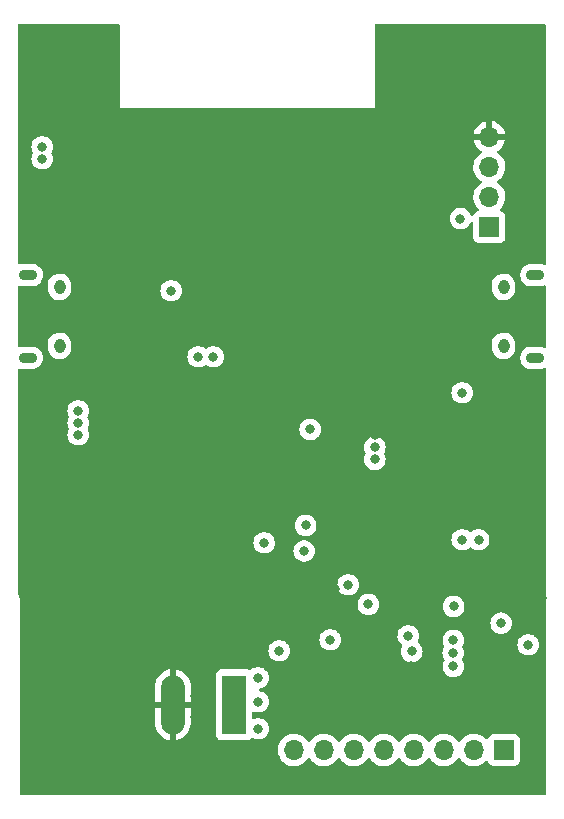
<source format=gbr>
%TF.GenerationSoftware,KiCad,Pcbnew,6.0.9+dfsg-1~bpo11+1*%
%TF.CreationDate,2022-12-22T20:36:38-06:00*%
%TF.ProjectId,CAE32_PCB,43414533-325f-4504-9342-2e6b69636164,rev?*%
%TF.SameCoordinates,Original*%
%TF.FileFunction,Copper,L3,Inr*%
%TF.FilePolarity,Positive*%
%FSLAX46Y46*%
G04 Gerber Fmt 4.6, Leading zero omitted, Abs format (unit mm)*
G04 Created by KiCad (PCBNEW 6.0.9+dfsg-1~bpo11+1) date 2022-12-22 20:36:38*
%MOMM*%
%LPD*%
G01*
G04 APERTURE LIST*
%TA.AperFunction,ComponentPad*%
%ADD10O,1.550000X0.890000*%
%TD*%
%TA.AperFunction,ComponentPad*%
%ADD11O,0.950000X1.250000*%
%TD*%
%TA.AperFunction,ComponentPad*%
%ADD12R,2.020000X5.020000*%
%TD*%
%TA.AperFunction,ComponentPad*%
%ADD13O,2.020000X5.020000*%
%TD*%
%TA.AperFunction,ComponentPad*%
%ADD14R,1.700000X1.700000*%
%TD*%
%TA.AperFunction,ComponentPad*%
%ADD15O,1.700000X1.700000*%
%TD*%
%TA.AperFunction,ViaPad*%
%ADD16C,0.800000*%
%TD*%
G04 APERTURE END LIST*
D10*
%TO.N,unconnected-(J4-Pad6)*%
%TO.C,J4*%
X171049000Y-111450000D03*
D11*
X168349000Y-117450000D03*
X168349000Y-112450000D03*
D10*
X171049000Y-118450000D03*
%TD*%
D12*
%TO.N,+3.3V*%
%TO.C,J5*%
X145536000Y-147828000D03*
D13*
%TO.N,GNDREF*%
X140356000Y-147828000D03*
%TD*%
D10*
%TO.N,unconnected-(J1-Pad6)*%
%TO.C,J1*%
X128060000Y-118450000D03*
X128060000Y-111450000D03*
D11*
X130760000Y-112450000D03*
X130760000Y-117450000D03*
%TD*%
D14*
%TO.N,Net-(J3-Pad1)*%
%TO.C,J3*%
X168387000Y-151663000D03*
D15*
%TO.N,Net-(J3-Pad2)*%
X165847000Y-151663000D03*
%TO.N,Net-(J3-Pad3)*%
X163307000Y-151663000D03*
%TO.N,Net-(J3-Pad4)*%
X160767000Y-151663000D03*
%TO.N,Net-(J3-Pad5)*%
X158227000Y-151663000D03*
%TO.N,Net-(J3-Pad6)*%
X155687000Y-151663000D03*
%TO.N,Net-(J3-Pad7)*%
X153147000Y-151663000D03*
%TO.N,Net-(J3-Pad8)*%
X150607000Y-151663000D03*
%TD*%
D14*
%TO.N,+3.3V*%
%TO.C,J2*%
X167150000Y-107375000D03*
D15*
%TO.N,/TX0*%
X167150000Y-104835000D03*
%TO.N,/RX0*%
X167150000Y-102295000D03*
%TO.N,GNDREF*%
X167150000Y-99755000D03*
%TD*%
D16*
%TO.N,+5V*%
X148082000Y-134112000D03*
X149352000Y-143256000D03*
%TO.N,+3.3V*%
X168148000Y-140919200D03*
X151468600Y-134799000D03*
X132334000Y-122936000D03*
X164846000Y-121412000D03*
X164700000Y-106675000D03*
X132334000Y-124968000D03*
X147574000Y-149860000D03*
X151976000Y-124517000D03*
X164846000Y-133858000D03*
X147574000Y-145542000D03*
X132334000Y-123952000D03*
X151595000Y-132645000D03*
X157450000Y-127050000D03*
X166243000Y-133858000D03*
X129286000Y-101600000D03*
X129286000Y-100584000D03*
X157450000Y-126037500D03*
X160274000Y-141986000D03*
X147574000Y-147574000D03*
%TO.N,-3V3*%
X160575000Y-143300000D03*
X153670000Y-142325000D03*
%TO.N,Net-(J3-Pad1)*%
X170434000Y-142748000D03*
X164125000Y-139500000D03*
%TO.N,/S2*%
X164100000Y-144575000D03*
X140208000Y-112776000D03*
%TO.N,/S1*%
X142494000Y-118364000D03*
X164075000Y-143425000D03*
%TO.N,/S0*%
X143764000Y-118364000D03*
X164100000Y-142375000D03*
%TO.N,Net-(U2-Pad3)*%
X155194000Y-137668000D03*
X156900000Y-139325000D03*
%TO.N,GNDREF*%
X142748000Y-107950000D03*
X132588000Y-104140000D03*
X171602400Y-138785600D03*
X162052000Y-132588000D03*
X132334000Y-130810000D03*
X134620000Y-118872000D03*
X148082000Y-105918000D03*
X166098500Y-113600000D03*
X141300000Y-122625000D03*
X157450000Y-123000000D03*
X146050000Y-103886000D03*
X148420000Y-130232000D03*
X169672000Y-121666000D03*
X157450000Y-125025000D03*
X129540000Y-105410000D03*
X147066000Y-109220000D03*
X166073500Y-112500000D03*
X132334000Y-129794000D03*
X157450000Y-124012500D03*
X142240000Y-148844000D03*
X132588000Y-116332000D03*
X155913000Y-126041000D03*
X145796000Y-109220000D03*
X143213000Y-129216000D03*
X142240000Y-147066000D03*
X148420000Y-129343000D03*
X134620000Y-110490000D03*
X142748000Y-105410000D03*
X158975000Y-96500000D03*
X133675000Y-98250000D03*
X160550000Y-144525000D03*
X142756400Y-138202600D03*
X148082000Y-106934000D03*
X144526000Y-109220000D03*
X136398000Y-98806000D03*
X130302000Y-104140000D03*
X132334000Y-128778000D03*
X171551600Y-133858000D03*
X156972000Y-119634000D03*
X142240000Y-145542000D03*
X164850000Y-96550000D03*
X144018000Y-103886000D03*
X148082000Y-104902000D03*
X154059400Y-137999400D03*
X142748000Y-106680000D03*
X158242000Y-97282000D03*
X164850000Y-98950000D03*
X145034000Y-103886000D03*
X155913000Y-131248000D03*
X141200000Y-128225000D03*
%TD*%
%TA.AperFunction,Conductor*%
%TO.N,GNDREF*%
G36*
X135832121Y-90190502D02*
G01*
X135878614Y-90244158D01*
X135890000Y-90296500D01*
X135890000Y-97282000D01*
X157480000Y-97282000D01*
X157480000Y-90296500D01*
X157500002Y-90228379D01*
X157553658Y-90181886D01*
X157606000Y-90170500D01*
X171831500Y-90170500D01*
X171899621Y-90190502D01*
X171946114Y-90244158D01*
X171957500Y-90296500D01*
X171957500Y-110469563D01*
X171937498Y-110537684D01*
X171883842Y-110584177D01*
X171813568Y-110594281D01*
X171781461Y-110585201D01*
X171668796Y-110536446D01*
X171556889Y-110513067D01*
X171483927Y-110497824D01*
X171483923Y-110497824D01*
X171479182Y-110496833D01*
X171472828Y-110496500D01*
X170670592Y-110496500D01*
X170624839Y-110501147D01*
X170532632Y-110510513D01*
X170532630Y-110510513D01*
X170526284Y-110511158D01*
X170341439Y-110569085D01*
X170172018Y-110662997D01*
X170024941Y-110789057D01*
X169906216Y-110942116D01*
X169820693Y-111115923D01*
X169819086Y-111122093D01*
X169819084Y-111122098D01*
X169794113Y-111217965D01*
X169771865Y-111303376D01*
X169761727Y-111496818D01*
X169790693Y-111688349D01*
X169857581Y-111870142D01*
X169860939Y-111875558D01*
X169860941Y-111875562D01*
X169956293Y-112029350D01*
X169956296Y-112029354D01*
X169959656Y-112034773D01*
X170092751Y-112175517D01*
X170251427Y-112286623D01*
X170353780Y-112330915D01*
X170419545Y-112359374D01*
X170429204Y-112363554D01*
X170435452Y-112364859D01*
X170435451Y-112364859D01*
X170614073Y-112402176D01*
X170614077Y-112402176D01*
X170618818Y-112403167D01*
X170625172Y-112403500D01*
X171427408Y-112403500D01*
X171474457Y-112398721D01*
X171565368Y-112389487D01*
X171565370Y-112389487D01*
X171571716Y-112388842D01*
X171756561Y-112330915D01*
X171770415Y-112323236D01*
X171839690Y-112307704D01*
X171906366Y-112332092D01*
X171949273Y-112388656D01*
X171957500Y-112433438D01*
X171957500Y-117469563D01*
X171937498Y-117537684D01*
X171883842Y-117584177D01*
X171813568Y-117594281D01*
X171781461Y-117585201D01*
X171668796Y-117536446D01*
X171556889Y-117513067D01*
X171483927Y-117497824D01*
X171483923Y-117497824D01*
X171479182Y-117496833D01*
X171472828Y-117496500D01*
X170670592Y-117496500D01*
X170656898Y-117497891D01*
X170532632Y-117510513D01*
X170532630Y-117510513D01*
X170526284Y-117511158D01*
X170341439Y-117569085D01*
X170172018Y-117662997D01*
X170167170Y-117667153D01*
X170167169Y-117667153D01*
X170130594Y-117698502D01*
X170024941Y-117789057D01*
X169999273Y-117822148D01*
X169944577Y-117892662D01*
X169906216Y-117942116D01*
X169820693Y-118115923D01*
X169819086Y-118122093D01*
X169819084Y-118122098D01*
X169785681Y-118250335D01*
X169771865Y-118303376D01*
X169771531Y-118309756D01*
X169762162Y-118488523D01*
X169761727Y-118496818D01*
X169790693Y-118688349D01*
X169792896Y-118694337D01*
X169792897Y-118694340D01*
X169808062Y-118735556D01*
X169857581Y-118870142D01*
X169860939Y-118875558D01*
X169860941Y-118875562D01*
X169956293Y-119029350D01*
X169956296Y-119029354D01*
X169959656Y-119034773D01*
X169964042Y-119039411D01*
X170073461Y-119155118D01*
X170092751Y-119175517D01*
X170251427Y-119286623D01*
X170353780Y-119330915D01*
X170419545Y-119359374D01*
X170429204Y-119363554D01*
X170435452Y-119364859D01*
X170435451Y-119364859D01*
X170614073Y-119402176D01*
X170614077Y-119402176D01*
X170618818Y-119403167D01*
X170625172Y-119403500D01*
X171427408Y-119403500D01*
X171473161Y-119398853D01*
X171565368Y-119389487D01*
X171565370Y-119389487D01*
X171571716Y-119388842D01*
X171756561Y-119330915D01*
X171770415Y-119323236D01*
X171839690Y-119307704D01*
X171906366Y-119332092D01*
X171949273Y-119388656D01*
X171957500Y-119433438D01*
X171957500Y-155321500D01*
X171937498Y-155389621D01*
X171883842Y-155436114D01*
X171831500Y-155447500D01*
X127500500Y-155447500D01*
X127432379Y-155427498D01*
X127385886Y-155373842D01*
X127374500Y-155321500D01*
X127374500Y-151629695D01*
X149244251Y-151629695D01*
X149257110Y-151852715D01*
X149258247Y-151857761D01*
X149258248Y-151857767D01*
X149282304Y-151964508D01*
X149306222Y-152070639D01*
X149390266Y-152277616D01*
X149427685Y-152338678D01*
X149504291Y-152463688D01*
X149506987Y-152468088D01*
X149653250Y-152636938D01*
X149825126Y-152779632D01*
X150018000Y-152892338D01*
X150226692Y-152972030D01*
X150231760Y-152973061D01*
X150231763Y-152973062D01*
X150339017Y-152994883D01*
X150445597Y-153016567D01*
X150450772Y-153016757D01*
X150450774Y-153016757D01*
X150663673Y-153024564D01*
X150663677Y-153024564D01*
X150668837Y-153024753D01*
X150673957Y-153024097D01*
X150673959Y-153024097D01*
X150885288Y-152997025D01*
X150885289Y-152997025D01*
X150890416Y-152996368D01*
X150895366Y-152994883D01*
X151099429Y-152933661D01*
X151099434Y-152933659D01*
X151104384Y-152932174D01*
X151304994Y-152833896D01*
X151486860Y-152704173D01*
X151645096Y-152546489D01*
X151704594Y-152463689D01*
X151775453Y-152365077D01*
X151776776Y-152366028D01*
X151823645Y-152322857D01*
X151893580Y-152310625D01*
X151959026Y-152338144D01*
X151986875Y-152369994D01*
X152046987Y-152468088D01*
X152193250Y-152636938D01*
X152365126Y-152779632D01*
X152558000Y-152892338D01*
X152766692Y-152972030D01*
X152771760Y-152973061D01*
X152771763Y-152973062D01*
X152879017Y-152994883D01*
X152985597Y-153016567D01*
X152990772Y-153016757D01*
X152990774Y-153016757D01*
X153203673Y-153024564D01*
X153203677Y-153024564D01*
X153208837Y-153024753D01*
X153213957Y-153024097D01*
X153213959Y-153024097D01*
X153425288Y-152997025D01*
X153425289Y-152997025D01*
X153430416Y-152996368D01*
X153435366Y-152994883D01*
X153639429Y-152933661D01*
X153639434Y-152933659D01*
X153644384Y-152932174D01*
X153844994Y-152833896D01*
X154026860Y-152704173D01*
X154185096Y-152546489D01*
X154244594Y-152463689D01*
X154315453Y-152365077D01*
X154316776Y-152366028D01*
X154363645Y-152322857D01*
X154433580Y-152310625D01*
X154499026Y-152338144D01*
X154526875Y-152369994D01*
X154586987Y-152468088D01*
X154733250Y-152636938D01*
X154905126Y-152779632D01*
X155098000Y-152892338D01*
X155306692Y-152972030D01*
X155311760Y-152973061D01*
X155311763Y-152973062D01*
X155419017Y-152994883D01*
X155525597Y-153016567D01*
X155530772Y-153016757D01*
X155530774Y-153016757D01*
X155743673Y-153024564D01*
X155743677Y-153024564D01*
X155748837Y-153024753D01*
X155753957Y-153024097D01*
X155753959Y-153024097D01*
X155965288Y-152997025D01*
X155965289Y-152997025D01*
X155970416Y-152996368D01*
X155975366Y-152994883D01*
X156179429Y-152933661D01*
X156179434Y-152933659D01*
X156184384Y-152932174D01*
X156384994Y-152833896D01*
X156566860Y-152704173D01*
X156725096Y-152546489D01*
X156784594Y-152463689D01*
X156855453Y-152365077D01*
X156856776Y-152366028D01*
X156903645Y-152322857D01*
X156973580Y-152310625D01*
X157039026Y-152338144D01*
X157066875Y-152369994D01*
X157126987Y-152468088D01*
X157273250Y-152636938D01*
X157445126Y-152779632D01*
X157638000Y-152892338D01*
X157846692Y-152972030D01*
X157851760Y-152973061D01*
X157851763Y-152973062D01*
X157959017Y-152994883D01*
X158065597Y-153016567D01*
X158070772Y-153016757D01*
X158070774Y-153016757D01*
X158283673Y-153024564D01*
X158283677Y-153024564D01*
X158288837Y-153024753D01*
X158293957Y-153024097D01*
X158293959Y-153024097D01*
X158505288Y-152997025D01*
X158505289Y-152997025D01*
X158510416Y-152996368D01*
X158515366Y-152994883D01*
X158719429Y-152933661D01*
X158719434Y-152933659D01*
X158724384Y-152932174D01*
X158924994Y-152833896D01*
X159106860Y-152704173D01*
X159265096Y-152546489D01*
X159324594Y-152463689D01*
X159395453Y-152365077D01*
X159396776Y-152366028D01*
X159443645Y-152322857D01*
X159513580Y-152310625D01*
X159579026Y-152338144D01*
X159606875Y-152369994D01*
X159666987Y-152468088D01*
X159813250Y-152636938D01*
X159985126Y-152779632D01*
X160178000Y-152892338D01*
X160386692Y-152972030D01*
X160391760Y-152973061D01*
X160391763Y-152973062D01*
X160499017Y-152994883D01*
X160605597Y-153016567D01*
X160610772Y-153016757D01*
X160610774Y-153016757D01*
X160823673Y-153024564D01*
X160823677Y-153024564D01*
X160828837Y-153024753D01*
X160833957Y-153024097D01*
X160833959Y-153024097D01*
X161045288Y-152997025D01*
X161045289Y-152997025D01*
X161050416Y-152996368D01*
X161055366Y-152994883D01*
X161259429Y-152933661D01*
X161259434Y-152933659D01*
X161264384Y-152932174D01*
X161464994Y-152833896D01*
X161646860Y-152704173D01*
X161805096Y-152546489D01*
X161864594Y-152463689D01*
X161935453Y-152365077D01*
X161936776Y-152366028D01*
X161983645Y-152322857D01*
X162053580Y-152310625D01*
X162119026Y-152338144D01*
X162146875Y-152369994D01*
X162206987Y-152468088D01*
X162353250Y-152636938D01*
X162525126Y-152779632D01*
X162718000Y-152892338D01*
X162926692Y-152972030D01*
X162931760Y-152973061D01*
X162931763Y-152973062D01*
X163039017Y-152994883D01*
X163145597Y-153016567D01*
X163150772Y-153016757D01*
X163150774Y-153016757D01*
X163363673Y-153024564D01*
X163363677Y-153024564D01*
X163368837Y-153024753D01*
X163373957Y-153024097D01*
X163373959Y-153024097D01*
X163585288Y-152997025D01*
X163585289Y-152997025D01*
X163590416Y-152996368D01*
X163595366Y-152994883D01*
X163799429Y-152933661D01*
X163799434Y-152933659D01*
X163804384Y-152932174D01*
X164004994Y-152833896D01*
X164186860Y-152704173D01*
X164345096Y-152546489D01*
X164404594Y-152463689D01*
X164475453Y-152365077D01*
X164476776Y-152366028D01*
X164523645Y-152322857D01*
X164593580Y-152310625D01*
X164659026Y-152338144D01*
X164686875Y-152369994D01*
X164746987Y-152468088D01*
X164893250Y-152636938D01*
X165065126Y-152779632D01*
X165258000Y-152892338D01*
X165466692Y-152972030D01*
X165471760Y-152973061D01*
X165471763Y-152973062D01*
X165579017Y-152994883D01*
X165685597Y-153016567D01*
X165690772Y-153016757D01*
X165690774Y-153016757D01*
X165903673Y-153024564D01*
X165903677Y-153024564D01*
X165908837Y-153024753D01*
X165913957Y-153024097D01*
X165913959Y-153024097D01*
X166125288Y-152997025D01*
X166125289Y-152997025D01*
X166130416Y-152996368D01*
X166135366Y-152994883D01*
X166339429Y-152933661D01*
X166339434Y-152933659D01*
X166344384Y-152932174D01*
X166544994Y-152833896D01*
X166726860Y-152704173D01*
X166835091Y-152596319D01*
X166897462Y-152562404D01*
X166968268Y-152567592D01*
X167025030Y-152610238D01*
X167042012Y-152641341D01*
X167086385Y-152759705D01*
X167173739Y-152876261D01*
X167290295Y-152963615D01*
X167426684Y-153014745D01*
X167488866Y-153021500D01*
X169285134Y-153021500D01*
X169347316Y-153014745D01*
X169483705Y-152963615D01*
X169600261Y-152876261D01*
X169687615Y-152759705D01*
X169738745Y-152623316D01*
X169745500Y-152561134D01*
X169745500Y-150764866D01*
X169738745Y-150702684D01*
X169687615Y-150566295D01*
X169600261Y-150449739D01*
X169483705Y-150362385D01*
X169347316Y-150311255D01*
X169285134Y-150304500D01*
X167488866Y-150304500D01*
X167426684Y-150311255D01*
X167290295Y-150362385D01*
X167173739Y-150449739D01*
X167086385Y-150566295D01*
X167083233Y-150574703D01*
X167041919Y-150684907D01*
X166999277Y-150741671D01*
X166932716Y-150766371D01*
X166863367Y-150751163D01*
X166830743Y-150725476D01*
X166780151Y-150669875D01*
X166780142Y-150669866D01*
X166776670Y-150666051D01*
X166772619Y-150662852D01*
X166772615Y-150662848D01*
X166605414Y-150530800D01*
X166605410Y-150530798D01*
X166601359Y-150527598D01*
X166572015Y-150511399D01*
X166549136Y-150498769D01*
X166405789Y-150419638D01*
X166400920Y-150417914D01*
X166400916Y-150417912D01*
X166200087Y-150346795D01*
X166200083Y-150346794D01*
X166195212Y-150345069D01*
X166190119Y-150344162D01*
X166190116Y-150344161D01*
X165980373Y-150306800D01*
X165980367Y-150306799D01*
X165975284Y-150305894D01*
X165901452Y-150304992D01*
X165757081Y-150303228D01*
X165757079Y-150303228D01*
X165751911Y-150303165D01*
X165531091Y-150336955D01*
X165318756Y-150406357D01*
X165120607Y-150509507D01*
X165116474Y-150512610D01*
X165116471Y-150512612D01*
X164963075Y-150627785D01*
X164941965Y-150643635D01*
X164916483Y-150670300D01*
X164800407Y-150791767D01*
X164787629Y-150805138D01*
X164680201Y-150962621D01*
X164625293Y-151007621D01*
X164554768Y-151015792D01*
X164491021Y-150984538D01*
X164470324Y-150960054D01*
X164389822Y-150835617D01*
X164389820Y-150835614D01*
X164387014Y-150831277D01*
X164236670Y-150666051D01*
X164232619Y-150662852D01*
X164232615Y-150662848D01*
X164065414Y-150530800D01*
X164065410Y-150530798D01*
X164061359Y-150527598D01*
X164032015Y-150511399D01*
X164009136Y-150498769D01*
X163865789Y-150419638D01*
X163860920Y-150417914D01*
X163860916Y-150417912D01*
X163660087Y-150346795D01*
X163660083Y-150346794D01*
X163655212Y-150345069D01*
X163650119Y-150344162D01*
X163650116Y-150344161D01*
X163440373Y-150306800D01*
X163440367Y-150306799D01*
X163435284Y-150305894D01*
X163361452Y-150304992D01*
X163217081Y-150303228D01*
X163217079Y-150303228D01*
X163211911Y-150303165D01*
X162991091Y-150336955D01*
X162778756Y-150406357D01*
X162580607Y-150509507D01*
X162576474Y-150512610D01*
X162576471Y-150512612D01*
X162423075Y-150627785D01*
X162401965Y-150643635D01*
X162376483Y-150670300D01*
X162260407Y-150791767D01*
X162247629Y-150805138D01*
X162140201Y-150962621D01*
X162085293Y-151007621D01*
X162014768Y-151015792D01*
X161951021Y-150984538D01*
X161930324Y-150960054D01*
X161849822Y-150835617D01*
X161849820Y-150835614D01*
X161847014Y-150831277D01*
X161696670Y-150666051D01*
X161692619Y-150662852D01*
X161692615Y-150662848D01*
X161525414Y-150530800D01*
X161525410Y-150530798D01*
X161521359Y-150527598D01*
X161492015Y-150511399D01*
X161469136Y-150498769D01*
X161325789Y-150419638D01*
X161320920Y-150417914D01*
X161320916Y-150417912D01*
X161120087Y-150346795D01*
X161120083Y-150346794D01*
X161115212Y-150345069D01*
X161110119Y-150344162D01*
X161110116Y-150344161D01*
X160900373Y-150306800D01*
X160900367Y-150306799D01*
X160895284Y-150305894D01*
X160821452Y-150304992D01*
X160677081Y-150303228D01*
X160677079Y-150303228D01*
X160671911Y-150303165D01*
X160451091Y-150336955D01*
X160238756Y-150406357D01*
X160040607Y-150509507D01*
X160036474Y-150512610D01*
X160036471Y-150512612D01*
X159883075Y-150627785D01*
X159861965Y-150643635D01*
X159836483Y-150670300D01*
X159720407Y-150791767D01*
X159707629Y-150805138D01*
X159600201Y-150962621D01*
X159545293Y-151007621D01*
X159474768Y-151015792D01*
X159411021Y-150984538D01*
X159390324Y-150960054D01*
X159309822Y-150835617D01*
X159309820Y-150835614D01*
X159307014Y-150831277D01*
X159156670Y-150666051D01*
X159152619Y-150662852D01*
X159152615Y-150662848D01*
X158985414Y-150530800D01*
X158985410Y-150530798D01*
X158981359Y-150527598D01*
X158952015Y-150511399D01*
X158929136Y-150498769D01*
X158785789Y-150419638D01*
X158780920Y-150417914D01*
X158780916Y-150417912D01*
X158580087Y-150346795D01*
X158580083Y-150346794D01*
X158575212Y-150345069D01*
X158570119Y-150344162D01*
X158570116Y-150344161D01*
X158360373Y-150306800D01*
X158360367Y-150306799D01*
X158355284Y-150305894D01*
X158281452Y-150304992D01*
X158137081Y-150303228D01*
X158137079Y-150303228D01*
X158131911Y-150303165D01*
X157911091Y-150336955D01*
X157698756Y-150406357D01*
X157500607Y-150509507D01*
X157496474Y-150512610D01*
X157496471Y-150512612D01*
X157343075Y-150627785D01*
X157321965Y-150643635D01*
X157296483Y-150670300D01*
X157180407Y-150791767D01*
X157167629Y-150805138D01*
X157060201Y-150962621D01*
X157005293Y-151007621D01*
X156934768Y-151015792D01*
X156871021Y-150984538D01*
X156850324Y-150960054D01*
X156769822Y-150835617D01*
X156769820Y-150835614D01*
X156767014Y-150831277D01*
X156616670Y-150666051D01*
X156612619Y-150662852D01*
X156612615Y-150662848D01*
X156445414Y-150530800D01*
X156445410Y-150530798D01*
X156441359Y-150527598D01*
X156412015Y-150511399D01*
X156389136Y-150498769D01*
X156245789Y-150419638D01*
X156240920Y-150417914D01*
X156240916Y-150417912D01*
X156040087Y-150346795D01*
X156040083Y-150346794D01*
X156035212Y-150345069D01*
X156030119Y-150344162D01*
X156030116Y-150344161D01*
X155820373Y-150306800D01*
X155820367Y-150306799D01*
X155815284Y-150305894D01*
X155741452Y-150304992D01*
X155597081Y-150303228D01*
X155597079Y-150303228D01*
X155591911Y-150303165D01*
X155371091Y-150336955D01*
X155158756Y-150406357D01*
X154960607Y-150509507D01*
X154956474Y-150512610D01*
X154956471Y-150512612D01*
X154803075Y-150627785D01*
X154781965Y-150643635D01*
X154756483Y-150670300D01*
X154640407Y-150791767D01*
X154627629Y-150805138D01*
X154520201Y-150962621D01*
X154465293Y-151007621D01*
X154394768Y-151015792D01*
X154331021Y-150984538D01*
X154310324Y-150960054D01*
X154229822Y-150835617D01*
X154229820Y-150835614D01*
X154227014Y-150831277D01*
X154076670Y-150666051D01*
X154072619Y-150662852D01*
X154072615Y-150662848D01*
X153905414Y-150530800D01*
X153905410Y-150530798D01*
X153901359Y-150527598D01*
X153872015Y-150511399D01*
X153849136Y-150498769D01*
X153705789Y-150419638D01*
X153700920Y-150417914D01*
X153700916Y-150417912D01*
X153500087Y-150346795D01*
X153500083Y-150346794D01*
X153495212Y-150345069D01*
X153490119Y-150344162D01*
X153490116Y-150344161D01*
X153280373Y-150306800D01*
X153280367Y-150306799D01*
X153275284Y-150305894D01*
X153201452Y-150304992D01*
X153057081Y-150303228D01*
X153057079Y-150303228D01*
X153051911Y-150303165D01*
X152831091Y-150336955D01*
X152618756Y-150406357D01*
X152420607Y-150509507D01*
X152416474Y-150512610D01*
X152416471Y-150512612D01*
X152263075Y-150627785D01*
X152241965Y-150643635D01*
X152216483Y-150670300D01*
X152100407Y-150791767D01*
X152087629Y-150805138D01*
X151980201Y-150962621D01*
X151925293Y-151007621D01*
X151854768Y-151015792D01*
X151791021Y-150984538D01*
X151770324Y-150960054D01*
X151689822Y-150835617D01*
X151689820Y-150835614D01*
X151687014Y-150831277D01*
X151536670Y-150666051D01*
X151532619Y-150662852D01*
X151532615Y-150662848D01*
X151365414Y-150530800D01*
X151365410Y-150530798D01*
X151361359Y-150527598D01*
X151332015Y-150511399D01*
X151309136Y-150498769D01*
X151165789Y-150419638D01*
X151160920Y-150417914D01*
X151160916Y-150417912D01*
X150960087Y-150346795D01*
X150960083Y-150346794D01*
X150955212Y-150345069D01*
X150950119Y-150344162D01*
X150950116Y-150344161D01*
X150740373Y-150306800D01*
X150740367Y-150306799D01*
X150735284Y-150305894D01*
X150661452Y-150304992D01*
X150517081Y-150303228D01*
X150517079Y-150303228D01*
X150511911Y-150303165D01*
X150291091Y-150336955D01*
X150078756Y-150406357D01*
X149880607Y-150509507D01*
X149876474Y-150512610D01*
X149876471Y-150512612D01*
X149723075Y-150627785D01*
X149701965Y-150643635D01*
X149676483Y-150670300D01*
X149560407Y-150791767D01*
X149547629Y-150805138D01*
X149544720Y-150809403D01*
X149544714Y-150809411D01*
X149532404Y-150827457D01*
X149421743Y-150989680D01*
X149327688Y-151192305D01*
X149267989Y-151407570D01*
X149244251Y-151629695D01*
X127374500Y-151629695D01*
X127374500Y-149386854D01*
X138838000Y-149386854D01*
X138838202Y-149391886D01*
X138852247Y-149566447D01*
X138853859Y-149576400D01*
X138909714Y-149803800D01*
X138912897Y-149813370D01*
X139004391Y-150028916D01*
X139009065Y-150037855D01*
X139133840Y-150235994D01*
X139139881Y-150244070D01*
X139294730Y-150419713D01*
X139301987Y-150426721D01*
X139482935Y-150575352D01*
X139491209Y-150581102D01*
X139693578Y-150698884D01*
X139702691Y-150703251D01*
X139921291Y-150787164D01*
X139930963Y-150790011D01*
X140084264Y-150822037D01*
X140098325Y-150820914D01*
X140102000Y-150810806D01*
X140102000Y-150808656D01*
X140610000Y-150808656D01*
X140614136Y-150822742D01*
X140627114Y-150824791D01*
X140646781Y-150822516D01*
X140656677Y-150820556D01*
X140881987Y-150756799D01*
X140891436Y-150753285D01*
X141103661Y-150654324D01*
X141112425Y-150649345D01*
X141306088Y-150517731D01*
X141313963Y-150511399D01*
X141446427Y-150386134D01*
X144017500Y-150386134D01*
X144024255Y-150448316D01*
X144075385Y-150584705D01*
X144162739Y-150701261D01*
X144279295Y-150788615D01*
X144415684Y-150839745D01*
X144477866Y-150846500D01*
X146594134Y-150846500D01*
X146656316Y-150839745D01*
X146792705Y-150788615D01*
X146909261Y-150701261D01*
X146932466Y-150670298D01*
X146989322Y-150627785D01*
X147060141Y-150622758D01*
X147107354Y-150643929D01*
X147117248Y-150651118D01*
X147123276Y-150653802D01*
X147123278Y-150653803D01*
X147285681Y-150726109D01*
X147291712Y-150728794D01*
X147385112Y-150748647D01*
X147472056Y-150767128D01*
X147472061Y-150767128D01*
X147478513Y-150768500D01*
X147669487Y-150768500D01*
X147675939Y-150767128D01*
X147675944Y-150767128D01*
X147762888Y-150748647D01*
X147856288Y-150728794D01*
X147862319Y-150726109D01*
X148024722Y-150653803D01*
X148024724Y-150653802D01*
X148030752Y-150651118D01*
X148041052Y-150643635D01*
X148086157Y-150610864D01*
X148185253Y-150538866D01*
X148208892Y-150512612D01*
X148308621Y-150401852D01*
X148308622Y-150401851D01*
X148313040Y-150396944D01*
X148408527Y-150231556D01*
X148467542Y-150049928D01*
X148469751Y-150028916D01*
X148486814Y-149866565D01*
X148487504Y-149860000D01*
X148467542Y-149670072D01*
X148408527Y-149488444D01*
X148313040Y-149323056D01*
X148185253Y-149181134D01*
X148030752Y-149068882D01*
X148024724Y-149066198D01*
X148024722Y-149066197D01*
X147862319Y-148993891D01*
X147862318Y-148993891D01*
X147856288Y-148991206D01*
X147762887Y-148971353D01*
X147675944Y-148952872D01*
X147675939Y-148952872D01*
X147669487Y-148951500D01*
X147478513Y-148951500D01*
X147472061Y-148952872D01*
X147472056Y-148952872D01*
X147385113Y-148971353D01*
X147291712Y-148991206D01*
X147285685Y-148993889D01*
X147285677Y-148993892D01*
X147231748Y-149017903D01*
X147161381Y-149027337D01*
X147097084Y-148997230D01*
X147059271Y-148937141D01*
X147054500Y-148902796D01*
X147054500Y-148531204D01*
X147074502Y-148463083D01*
X147128158Y-148416590D01*
X147198432Y-148406486D01*
X147231748Y-148416097D01*
X147285677Y-148440108D01*
X147285685Y-148440111D01*
X147291712Y-148442794D01*
X147385113Y-148462647D01*
X147472056Y-148481128D01*
X147472061Y-148481128D01*
X147478513Y-148482500D01*
X147669487Y-148482500D01*
X147675939Y-148481128D01*
X147675944Y-148481128D01*
X147762887Y-148462647D01*
X147856288Y-148442794D01*
X147862321Y-148440108D01*
X148024722Y-148367803D01*
X148024724Y-148367802D01*
X148030752Y-148365118D01*
X148185253Y-148252866D01*
X148313040Y-148110944D01*
X148408527Y-147945556D01*
X148467542Y-147763928D01*
X148487504Y-147574000D01*
X148467542Y-147384072D01*
X148408527Y-147202444D01*
X148313040Y-147037056D01*
X148185253Y-146895134D01*
X148030752Y-146782882D01*
X148024724Y-146780198D01*
X148024722Y-146780197D01*
X147862319Y-146707891D01*
X147862318Y-146707891D01*
X147856288Y-146705206D01*
X147743570Y-146681247D01*
X147681097Y-146647518D01*
X147646775Y-146585369D01*
X147651503Y-146514530D01*
X147693779Y-146457492D01*
X147743570Y-146434753D01*
X147760836Y-146431083D01*
X147856288Y-146410794D01*
X147862321Y-146408108D01*
X148024722Y-146335803D01*
X148024724Y-146335802D01*
X148030752Y-146333118D01*
X148185253Y-146220866D01*
X148313040Y-146078944D01*
X148408527Y-145913556D01*
X148467542Y-145731928D01*
X148478562Y-145627084D01*
X148486814Y-145548565D01*
X148487504Y-145542000D01*
X148482984Y-145498998D01*
X148468232Y-145358635D01*
X148468232Y-145358633D01*
X148467542Y-145352072D01*
X148408527Y-145170444D01*
X148313040Y-145005056D01*
X148267735Y-144954739D01*
X148189675Y-144868045D01*
X148189674Y-144868044D01*
X148185253Y-144863134D01*
X148086157Y-144791136D01*
X148036094Y-144754763D01*
X148036093Y-144754762D01*
X148030752Y-144750882D01*
X148024724Y-144748198D01*
X148024722Y-144748197D01*
X147862319Y-144675891D01*
X147862318Y-144675891D01*
X147856288Y-144673206D01*
X147762887Y-144653353D01*
X147675944Y-144634872D01*
X147675939Y-144634872D01*
X147669487Y-144633500D01*
X147478513Y-144633500D01*
X147472061Y-144634872D01*
X147472056Y-144634872D01*
X147385113Y-144653353D01*
X147291712Y-144673206D01*
X147285682Y-144675891D01*
X147285681Y-144675891D01*
X147123278Y-144748197D01*
X147123276Y-144748198D01*
X147117248Y-144750882D01*
X147111907Y-144754762D01*
X147111906Y-144754763D01*
X147000859Y-144835444D01*
X146962747Y-144863134D01*
X146959756Y-144866455D01*
X146896461Y-144896828D01*
X146826008Y-144888062D01*
X146800599Y-144873302D01*
X146792705Y-144867385D01*
X146656316Y-144816255D01*
X146594134Y-144809500D01*
X144477866Y-144809500D01*
X144415684Y-144816255D01*
X144279295Y-144867385D01*
X144162739Y-144954739D01*
X144075385Y-145071295D01*
X144024255Y-145207684D01*
X144017500Y-145269866D01*
X144017500Y-150386134D01*
X141446427Y-150386134D01*
X141484084Y-150350523D01*
X141490836Y-150343024D01*
X141633062Y-150157002D01*
X141638519Y-150148534D01*
X141749172Y-149942168D01*
X141753213Y-149932917D01*
X141829444Y-149711525D01*
X141831953Y-149701752D01*
X141871995Y-149469938D01*
X141872850Y-149462066D01*
X141873936Y-149438159D01*
X141874000Y-149435326D01*
X141874000Y-148100115D01*
X141869525Y-148084876D01*
X141868135Y-148083671D01*
X141860452Y-148082000D01*
X140628115Y-148082000D01*
X140612876Y-148086475D01*
X140611671Y-148087865D01*
X140610000Y-148095548D01*
X140610000Y-150808656D01*
X140102000Y-150808656D01*
X140102000Y-148100115D01*
X140097525Y-148084876D01*
X140096135Y-148083671D01*
X140088452Y-148082000D01*
X138856115Y-148082000D01*
X138840876Y-148086475D01*
X138839671Y-148087865D01*
X138838000Y-148095548D01*
X138838000Y-149386854D01*
X127374500Y-149386854D01*
X127374500Y-147555885D01*
X138838000Y-147555885D01*
X138842475Y-147571124D01*
X138843865Y-147572329D01*
X138851548Y-147574000D01*
X140083885Y-147574000D01*
X140099124Y-147569525D01*
X140100329Y-147568135D01*
X140102000Y-147560452D01*
X140102000Y-147555885D01*
X140610000Y-147555885D01*
X140614475Y-147571124D01*
X140615865Y-147572329D01*
X140623548Y-147574000D01*
X141855885Y-147574000D01*
X141871124Y-147569525D01*
X141872329Y-147568135D01*
X141874000Y-147560452D01*
X141874000Y-146269146D01*
X141873798Y-146264114D01*
X141859753Y-146089553D01*
X141858141Y-146079600D01*
X141802286Y-145852200D01*
X141799103Y-145842630D01*
X141707609Y-145627084D01*
X141702935Y-145618145D01*
X141578160Y-145420006D01*
X141572119Y-145411930D01*
X141417270Y-145236287D01*
X141410013Y-145229279D01*
X141229065Y-145080648D01*
X141220791Y-145074898D01*
X141018422Y-144957116D01*
X141009309Y-144952749D01*
X140790709Y-144868836D01*
X140781037Y-144865989D01*
X140627736Y-144833963D01*
X140613675Y-144835086D01*
X140610000Y-144845194D01*
X140610000Y-147555885D01*
X140102000Y-147555885D01*
X140102000Y-144847344D01*
X140097864Y-144833258D01*
X140084886Y-144831209D01*
X140065219Y-144833484D01*
X140055323Y-144835444D01*
X139830013Y-144899201D01*
X139820564Y-144902715D01*
X139608339Y-145001676D01*
X139599575Y-145006655D01*
X139405912Y-145138269D01*
X139398037Y-145144601D01*
X139227916Y-145305477D01*
X139221164Y-145312976D01*
X139078938Y-145498998D01*
X139073481Y-145507466D01*
X138962828Y-145713832D01*
X138958787Y-145723083D01*
X138882556Y-145944475D01*
X138880047Y-145954248D01*
X138840005Y-146186062D01*
X138839150Y-146193934D01*
X138838064Y-146217841D01*
X138838000Y-146220674D01*
X138838000Y-147555885D01*
X127374500Y-147555885D01*
X127374500Y-143256000D01*
X148438496Y-143256000D01*
X148439186Y-143262565D01*
X148456863Y-143430749D01*
X148458458Y-143445928D01*
X148517473Y-143627556D01*
X148612960Y-143792944D01*
X148740747Y-143934866D01*
X148773484Y-143958651D01*
X148887308Y-144041349D01*
X148895248Y-144047118D01*
X148901276Y-144049802D01*
X148901278Y-144049803D01*
X149063681Y-144122109D01*
X149069712Y-144124794D01*
X149163112Y-144144647D01*
X149250056Y-144163128D01*
X149250061Y-144163128D01*
X149256513Y-144164500D01*
X149447487Y-144164500D01*
X149453939Y-144163128D01*
X149453944Y-144163128D01*
X149540888Y-144144647D01*
X149634288Y-144124794D01*
X149640319Y-144122109D01*
X149802722Y-144049803D01*
X149802724Y-144049802D01*
X149808752Y-144047118D01*
X149816693Y-144041349D01*
X149930516Y-143958651D01*
X149963253Y-143934866D01*
X150091040Y-143792944D01*
X150186527Y-143627556D01*
X150245542Y-143445928D01*
X150247138Y-143430749D01*
X150264814Y-143262565D01*
X150265504Y-143256000D01*
X150245542Y-143066072D01*
X150186527Y-142884444D01*
X150091040Y-142719056D01*
X150045744Y-142668749D01*
X149967675Y-142582045D01*
X149967674Y-142582044D01*
X149963253Y-142577134D01*
X149808752Y-142464882D01*
X149802724Y-142462198D01*
X149802722Y-142462197D01*
X149640319Y-142389891D01*
X149640318Y-142389891D01*
X149634288Y-142387206D01*
X149521707Y-142363276D01*
X149453944Y-142348872D01*
X149453939Y-142348872D01*
X149447487Y-142347500D01*
X149256513Y-142347500D01*
X149250061Y-142348872D01*
X149250056Y-142348872D01*
X149182293Y-142363276D01*
X149069712Y-142387206D01*
X149063682Y-142389891D01*
X149063681Y-142389891D01*
X148901278Y-142462197D01*
X148901276Y-142462198D01*
X148895248Y-142464882D01*
X148740747Y-142577134D01*
X148736326Y-142582044D01*
X148736325Y-142582045D01*
X148658257Y-142668749D01*
X148612960Y-142719056D01*
X148517473Y-142884444D01*
X148458458Y-143066072D01*
X148438496Y-143256000D01*
X127374500Y-143256000D01*
X127374500Y-142325000D01*
X152756496Y-142325000D01*
X152776458Y-142514928D01*
X152835473Y-142696556D01*
X152930960Y-142861944D01*
X152935378Y-142866851D01*
X152935379Y-142866852D01*
X153005029Y-142944206D01*
X153058747Y-143003866D01*
X153119108Y-143047721D01*
X153196286Y-143103794D01*
X153213248Y-143116118D01*
X153219276Y-143118802D01*
X153219278Y-143118803D01*
X153381681Y-143191109D01*
X153387712Y-143193794D01*
X153481113Y-143213647D01*
X153568056Y-143232128D01*
X153568061Y-143232128D01*
X153574513Y-143233500D01*
X153765487Y-143233500D01*
X153771939Y-143232128D01*
X153771944Y-143232128D01*
X153858887Y-143213647D01*
X153952288Y-143193794D01*
X153958319Y-143191109D01*
X154120722Y-143118803D01*
X154120724Y-143118802D01*
X154126752Y-143116118D01*
X154143715Y-143103794D01*
X154220892Y-143047721D01*
X154281253Y-143003866D01*
X154334971Y-142944206D01*
X154404621Y-142866852D01*
X154404622Y-142866851D01*
X154409040Y-142861944D01*
X154504527Y-142696556D01*
X154563542Y-142514928D01*
X154583504Y-142325000D01*
X154563542Y-142135072D01*
X154515105Y-141986000D01*
X159360496Y-141986000D01*
X159361186Y-141992565D01*
X159368826Y-142065251D01*
X159380458Y-142175928D01*
X159439473Y-142357556D01*
X159534960Y-142522944D01*
X159539378Y-142527851D01*
X159539379Y-142527852D01*
X159627792Y-142626045D01*
X159662747Y-142664866D01*
X159714241Y-142702279D01*
X159732927Y-142715855D01*
X159776281Y-142772077D01*
X159782356Y-142842814D01*
X159767986Y-142880790D01*
X159740473Y-142928444D01*
X159681458Y-143110072D01*
X159680768Y-143116633D01*
X159680768Y-143116635D01*
X159663679Y-143279226D01*
X159661496Y-143300000D01*
X159681458Y-143489928D01*
X159740473Y-143671556D01*
X159835960Y-143836944D01*
X159840378Y-143841851D01*
X159840379Y-143841852D01*
X159959325Y-143973955D01*
X159963747Y-143978866D01*
X160118248Y-144091118D01*
X160124276Y-144093802D01*
X160124278Y-144093803D01*
X160196967Y-144126166D01*
X160292712Y-144168794D01*
X160386113Y-144188647D01*
X160473056Y-144207128D01*
X160473061Y-144207128D01*
X160479513Y-144208500D01*
X160670487Y-144208500D01*
X160676939Y-144207128D01*
X160676944Y-144207128D01*
X160763887Y-144188647D01*
X160857288Y-144168794D01*
X160953033Y-144126166D01*
X161025722Y-144093803D01*
X161025724Y-144093802D01*
X161031752Y-144091118D01*
X161186253Y-143978866D01*
X161190675Y-143973955D01*
X161309621Y-143841852D01*
X161309622Y-143841851D01*
X161314040Y-143836944D01*
X161409527Y-143671556D01*
X161468542Y-143489928D01*
X161475366Y-143425000D01*
X163161496Y-143425000D01*
X163181458Y-143614928D01*
X163240473Y-143796556D01*
X163322569Y-143938749D01*
X163334059Y-143958651D01*
X163350797Y-144027646D01*
X163334060Y-144084648D01*
X163265473Y-144203444D01*
X163206458Y-144385072D01*
X163186496Y-144575000D01*
X163187186Y-144581565D01*
X163205390Y-144754763D01*
X163206458Y-144764928D01*
X163265473Y-144946556D01*
X163268776Y-144952278D01*
X163268777Y-144952279D01*
X163270197Y-144954739D01*
X163360960Y-145111944D01*
X163365378Y-145116851D01*
X163365379Y-145116852D01*
X163454238Y-145215540D01*
X163488747Y-145253866D01*
X163559783Y-145305477D01*
X163632949Y-145358635D01*
X163643248Y-145366118D01*
X163649276Y-145368802D01*
X163649278Y-145368803D01*
X163764283Y-145420006D01*
X163817712Y-145443794D01*
X163911112Y-145463647D01*
X163998056Y-145482128D01*
X163998061Y-145482128D01*
X164004513Y-145483500D01*
X164195487Y-145483500D01*
X164201939Y-145482128D01*
X164201944Y-145482128D01*
X164288888Y-145463647D01*
X164382288Y-145443794D01*
X164435717Y-145420006D01*
X164550722Y-145368803D01*
X164550724Y-145368802D01*
X164556752Y-145366118D01*
X164567052Y-145358635D01*
X164640217Y-145305477D01*
X164711253Y-145253866D01*
X164745762Y-145215540D01*
X164834621Y-145116852D01*
X164834622Y-145116851D01*
X164839040Y-145111944D01*
X164929803Y-144954739D01*
X164931223Y-144952279D01*
X164931224Y-144952278D01*
X164934527Y-144946556D01*
X164993542Y-144764928D01*
X164994611Y-144754763D01*
X165012814Y-144581565D01*
X165013504Y-144575000D01*
X164993542Y-144385072D01*
X164934527Y-144203444D01*
X164911251Y-144163128D01*
X164840941Y-144041349D01*
X164824203Y-143972354D01*
X164840940Y-143915352D01*
X164909527Y-143796556D01*
X164968542Y-143614928D01*
X164988504Y-143425000D01*
X164968542Y-143235072D01*
X164909527Y-143053444D01*
X164869809Y-142984650D01*
X164853071Y-142915656D01*
X164869809Y-142858651D01*
X164931223Y-142752279D01*
X164931224Y-142752278D01*
X164933693Y-142748000D01*
X169520496Y-142748000D01*
X169521186Y-142754565D01*
X169538860Y-142922721D01*
X169540458Y-142937928D01*
X169599473Y-143119556D01*
X169694960Y-143284944D01*
X169699378Y-143289851D01*
X169699379Y-143289852D01*
X169815156Y-143418435D01*
X169822747Y-143426866D01*
X169977248Y-143539118D01*
X169983276Y-143541802D01*
X169983278Y-143541803D01*
X170132780Y-143608365D01*
X170151712Y-143616794D01*
X170245113Y-143636647D01*
X170332056Y-143655128D01*
X170332061Y-143655128D01*
X170338513Y-143656500D01*
X170529487Y-143656500D01*
X170535939Y-143655128D01*
X170535944Y-143655128D01*
X170622887Y-143636647D01*
X170716288Y-143616794D01*
X170735220Y-143608365D01*
X170884722Y-143541803D01*
X170884724Y-143541802D01*
X170890752Y-143539118D01*
X171045253Y-143426866D01*
X171052844Y-143418435D01*
X171168621Y-143289852D01*
X171168622Y-143289851D01*
X171173040Y-143284944D01*
X171268527Y-143119556D01*
X171327542Y-142937928D01*
X171329141Y-142922721D01*
X171346814Y-142754565D01*
X171347504Y-142748000D01*
X171341437Y-142690271D01*
X171328232Y-142564635D01*
X171328232Y-142564633D01*
X171327542Y-142558072D01*
X171268527Y-142376444D01*
X171260925Y-142363276D01*
X171176341Y-142216774D01*
X171173040Y-142211056D01*
X171147064Y-142182206D01*
X171049675Y-142074045D01*
X171049674Y-142074044D01*
X171045253Y-142069134D01*
X170930829Y-141986000D01*
X170896094Y-141960763D01*
X170896093Y-141960762D01*
X170890752Y-141956882D01*
X170884724Y-141954198D01*
X170884722Y-141954197D01*
X170722319Y-141881891D01*
X170722318Y-141881891D01*
X170716288Y-141879206D01*
X170622887Y-141859353D01*
X170535944Y-141840872D01*
X170535939Y-141840872D01*
X170529487Y-141839500D01*
X170338513Y-141839500D01*
X170332061Y-141840872D01*
X170332056Y-141840872D01*
X170245113Y-141859353D01*
X170151712Y-141879206D01*
X170145682Y-141881891D01*
X170145681Y-141881891D01*
X169983278Y-141954197D01*
X169983276Y-141954198D01*
X169977248Y-141956882D01*
X169971907Y-141960762D01*
X169971906Y-141960763D01*
X169937171Y-141986000D01*
X169822747Y-142069134D01*
X169818326Y-142074044D01*
X169818325Y-142074045D01*
X169720937Y-142182206D01*
X169694960Y-142211056D01*
X169691659Y-142216774D01*
X169607076Y-142363276D01*
X169599473Y-142376444D01*
X169540458Y-142558072D01*
X169539768Y-142564633D01*
X169539768Y-142564635D01*
X169526563Y-142690271D01*
X169520496Y-142748000D01*
X164933693Y-142748000D01*
X164934527Y-142746556D01*
X164993542Y-142564928D01*
X164994923Y-142551794D01*
X165012814Y-142381565D01*
X165013504Y-142375000D01*
X164993542Y-142185072D01*
X164934527Y-142003444D01*
X164839040Y-141838056D01*
X164829716Y-141827700D01*
X164715675Y-141701045D01*
X164715674Y-141701044D01*
X164711253Y-141696134D01*
X164556752Y-141583882D01*
X164550724Y-141581198D01*
X164550722Y-141581197D01*
X164388319Y-141508891D01*
X164388318Y-141508891D01*
X164382288Y-141506206D01*
X164288887Y-141486353D01*
X164201944Y-141467872D01*
X164201939Y-141467872D01*
X164195487Y-141466500D01*
X164004513Y-141466500D01*
X163998061Y-141467872D01*
X163998056Y-141467872D01*
X163911113Y-141486353D01*
X163817712Y-141506206D01*
X163811682Y-141508891D01*
X163811681Y-141508891D01*
X163649278Y-141581197D01*
X163649276Y-141581198D01*
X163643248Y-141583882D01*
X163488747Y-141696134D01*
X163484326Y-141701044D01*
X163484325Y-141701045D01*
X163370285Y-141827700D01*
X163360960Y-141838056D01*
X163265473Y-142003444D01*
X163206458Y-142185072D01*
X163186496Y-142375000D01*
X163187186Y-142381565D01*
X163205078Y-142551794D01*
X163206458Y-142564928D01*
X163265473Y-142746556D01*
X163268776Y-142752278D01*
X163268777Y-142752279D01*
X163305191Y-142815349D01*
X163321929Y-142884344D01*
X163305191Y-142941349D01*
X163240473Y-143053444D01*
X163181458Y-143235072D01*
X163161496Y-143425000D01*
X161475366Y-143425000D01*
X161488504Y-143300000D01*
X161486321Y-143279226D01*
X161469232Y-143116635D01*
X161469232Y-143116633D01*
X161468542Y-143110072D01*
X161409527Y-142928444D01*
X161314040Y-142763056D01*
X161304337Y-142752279D01*
X161190675Y-142626045D01*
X161190674Y-142626044D01*
X161186253Y-142621134D01*
X161116073Y-142570145D01*
X161072719Y-142513923D01*
X161066644Y-142443186D01*
X161081014Y-142405210D01*
X161089858Y-142389891D01*
X161108527Y-142357556D01*
X161167542Y-142175928D01*
X161179175Y-142065251D01*
X161186814Y-141992565D01*
X161187504Y-141986000D01*
X161176280Y-141879206D01*
X161168232Y-141802635D01*
X161168232Y-141802633D01*
X161167542Y-141796072D01*
X161108527Y-141614444D01*
X161013040Y-141449056D01*
X160983727Y-141416500D01*
X160889675Y-141312045D01*
X160889674Y-141312044D01*
X160885253Y-141307134D01*
X160730752Y-141194882D01*
X160724724Y-141192198D01*
X160724722Y-141192197D01*
X160562319Y-141119891D01*
X160562318Y-141119891D01*
X160556288Y-141117206D01*
X160462887Y-141097353D01*
X160375944Y-141078872D01*
X160375939Y-141078872D01*
X160369487Y-141077500D01*
X160178513Y-141077500D01*
X160172061Y-141078872D01*
X160172056Y-141078872D01*
X160085113Y-141097353D01*
X159991712Y-141117206D01*
X159985682Y-141119891D01*
X159985681Y-141119891D01*
X159823278Y-141192197D01*
X159823276Y-141192198D01*
X159817248Y-141194882D01*
X159662747Y-141307134D01*
X159658326Y-141312044D01*
X159658325Y-141312045D01*
X159564274Y-141416500D01*
X159534960Y-141449056D01*
X159439473Y-141614444D01*
X159380458Y-141796072D01*
X159379768Y-141802633D01*
X159379768Y-141802635D01*
X159371720Y-141879206D01*
X159360496Y-141986000D01*
X154515105Y-141986000D01*
X154504527Y-141953444D01*
X154409040Y-141788056D01*
X154339045Y-141710318D01*
X154285675Y-141651045D01*
X154285674Y-141651044D01*
X154281253Y-141646134D01*
X154126752Y-141533882D01*
X154120724Y-141531198D01*
X154120722Y-141531197D01*
X153958319Y-141458891D01*
X153958318Y-141458891D01*
X153952288Y-141456206D01*
X153858888Y-141436353D01*
X153771944Y-141417872D01*
X153771939Y-141417872D01*
X153765487Y-141416500D01*
X153574513Y-141416500D01*
X153568061Y-141417872D01*
X153568056Y-141417872D01*
X153481112Y-141436353D01*
X153387712Y-141456206D01*
X153381682Y-141458891D01*
X153381681Y-141458891D01*
X153219278Y-141531197D01*
X153219276Y-141531198D01*
X153213248Y-141533882D01*
X153058747Y-141646134D01*
X153054326Y-141651044D01*
X153054325Y-141651045D01*
X153000956Y-141710318D01*
X152930960Y-141788056D01*
X152835473Y-141953444D01*
X152776458Y-142135072D01*
X152756496Y-142325000D01*
X127374500Y-142325000D01*
X127374500Y-140919200D01*
X167234496Y-140919200D01*
X167254458Y-141109128D01*
X167313473Y-141290756D01*
X167408960Y-141456144D01*
X167413378Y-141461051D01*
X167413379Y-141461052D01*
X167482450Y-141537763D01*
X167536747Y-141598066D01*
X167691248Y-141710318D01*
X167697276Y-141713002D01*
X167697278Y-141713003D01*
X167859681Y-141785309D01*
X167865712Y-141787994D01*
X167959113Y-141807847D01*
X168046056Y-141826328D01*
X168046061Y-141826328D01*
X168052513Y-141827700D01*
X168243487Y-141827700D01*
X168249939Y-141826328D01*
X168249944Y-141826328D01*
X168336887Y-141807847D01*
X168430288Y-141787994D01*
X168436319Y-141785309D01*
X168598722Y-141713003D01*
X168598724Y-141713002D01*
X168604752Y-141710318D01*
X168759253Y-141598066D01*
X168813550Y-141537763D01*
X168882621Y-141461052D01*
X168882622Y-141461051D01*
X168887040Y-141456144D01*
X168982527Y-141290756D01*
X169041542Y-141109128D01*
X169061504Y-140919200D01*
X169041542Y-140729272D01*
X168982527Y-140547644D01*
X168887040Y-140382256D01*
X168759253Y-140240334D01*
X168604752Y-140128082D01*
X168598724Y-140125398D01*
X168598722Y-140125397D01*
X168436319Y-140053091D01*
X168436318Y-140053091D01*
X168430288Y-140050406D01*
X168336887Y-140030553D01*
X168249944Y-140012072D01*
X168249939Y-140012072D01*
X168243487Y-140010700D01*
X168052513Y-140010700D01*
X168046061Y-140012072D01*
X168046056Y-140012072D01*
X167959113Y-140030553D01*
X167865712Y-140050406D01*
X167859682Y-140053091D01*
X167859681Y-140053091D01*
X167697278Y-140125397D01*
X167697276Y-140125398D01*
X167691248Y-140128082D01*
X167536747Y-140240334D01*
X167408960Y-140382256D01*
X167313473Y-140547644D01*
X167254458Y-140729272D01*
X167234496Y-140919200D01*
X127374500Y-140919200D01*
X127374500Y-139325000D01*
X155986496Y-139325000D01*
X156006458Y-139514928D01*
X156065473Y-139696556D01*
X156160960Y-139861944D01*
X156165378Y-139866851D01*
X156165379Y-139866852D01*
X156174768Y-139877279D01*
X156288747Y-140003866D01*
X156443248Y-140116118D01*
X156449276Y-140118802D01*
X156449278Y-140118803D01*
X156584183Y-140178866D01*
X156617712Y-140193794D01*
X156711112Y-140213647D01*
X156798056Y-140232128D01*
X156798061Y-140232128D01*
X156804513Y-140233500D01*
X156995487Y-140233500D01*
X157001939Y-140232128D01*
X157001944Y-140232128D01*
X157088888Y-140213647D01*
X157182288Y-140193794D01*
X157215817Y-140178866D01*
X157350722Y-140118803D01*
X157350724Y-140118802D01*
X157356752Y-140116118D01*
X157511253Y-140003866D01*
X157625232Y-139877279D01*
X157634621Y-139866852D01*
X157634622Y-139866851D01*
X157639040Y-139861944D01*
X157734527Y-139696556D01*
X157793542Y-139514928D01*
X157795111Y-139500000D01*
X163211496Y-139500000D01*
X163231458Y-139689928D01*
X163290473Y-139871556D01*
X163385960Y-140036944D01*
X163390378Y-140041851D01*
X163390379Y-140041852D01*
X163459666Y-140118803D01*
X163513747Y-140178866D01*
X163668248Y-140291118D01*
X163674276Y-140293802D01*
X163674278Y-140293803D01*
X163836681Y-140366109D01*
X163842712Y-140368794D01*
X163932946Y-140387974D01*
X164023056Y-140407128D01*
X164023061Y-140407128D01*
X164029513Y-140408500D01*
X164220487Y-140408500D01*
X164226939Y-140407128D01*
X164226944Y-140407128D01*
X164317054Y-140387974D01*
X164407288Y-140368794D01*
X164413319Y-140366109D01*
X164575722Y-140293803D01*
X164575724Y-140293802D01*
X164581752Y-140291118D01*
X164736253Y-140178866D01*
X164790334Y-140118803D01*
X164859621Y-140041852D01*
X164859622Y-140041851D01*
X164864040Y-140036944D01*
X164959527Y-139871556D01*
X165018542Y-139689928D01*
X165038504Y-139500000D01*
X165018542Y-139310072D01*
X164959527Y-139128444D01*
X164864040Y-138963056D01*
X164855386Y-138953444D01*
X164740675Y-138826045D01*
X164740674Y-138826044D01*
X164736253Y-138821134D01*
X164581752Y-138708882D01*
X164575724Y-138706198D01*
X164575722Y-138706197D01*
X164413319Y-138633891D01*
X164413318Y-138633891D01*
X164407288Y-138631206D01*
X164313887Y-138611353D01*
X164226944Y-138592872D01*
X164226939Y-138592872D01*
X164220487Y-138591500D01*
X164029513Y-138591500D01*
X164023061Y-138592872D01*
X164023056Y-138592872D01*
X163936113Y-138611353D01*
X163842712Y-138631206D01*
X163836682Y-138633891D01*
X163836681Y-138633891D01*
X163674278Y-138706197D01*
X163674276Y-138706198D01*
X163668248Y-138708882D01*
X163513747Y-138821134D01*
X163509326Y-138826044D01*
X163509325Y-138826045D01*
X163394615Y-138953444D01*
X163385960Y-138963056D01*
X163290473Y-139128444D01*
X163231458Y-139310072D01*
X163211496Y-139500000D01*
X157795111Y-139500000D01*
X157813504Y-139325000D01*
X157793542Y-139135072D01*
X157734527Y-138953444D01*
X157639040Y-138788056D01*
X157567752Y-138708882D01*
X157515675Y-138651045D01*
X157515674Y-138651044D01*
X157511253Y-138646134D01*
X157371252Y-138544417D01*
X157362094Y-138537763D01*
X157362093Y-138537762D01*
X157356752Y-138533882D01*
X157350724Y-138531198D01*
X157350722Y-138531197D01*
X157188319Y-138458891D01*
X157188318Y-138458891D01*
X157182288Y-138456206D01*
X157088887Y-138436353D01*
X157001944Y-138417872D01*
X157001939Y-138417872D01*
X156995487Y-138416500D01*
X156804513Y-138416500D01*
X156798061Y-138417872D01*
X156798056Y-138417872D01*
X156711113Y-138436353D01*
X156617712Y-138456206D01*
X156611682Y-138458891D01*
X156611681Y-138458891D01*
X156449278Y-138531197D01*
X156449276Y-138531198D01*
X156443248Y-138533882D01*
X156437907Y-138537762D01*
X156437906Y-138537763D01*
X156428748Y-138544417D01*
X156288747Y-138646134D01*
X156284326Y-138651044D01*
X156284325Y-138651045D01*
X156232249Y-138708882D01*
X156160960Y-138788056D01*
X156065473Y-138953444D01*
X156006458Y-139135072D01*
X155986496Y-139325000D01*
X127374500Y-139325000D01*
X127374500Y-138791487D01*
X127359080Y-138683813D01*
X127298792Y-138551218D01*
X127285047Y-138535266D01*
X127255733Y-138470603D01*
X127254500Y-138453018D01*
X127254500Y-137668000D01*
X154280496Y-137668000D01*
X154300458Y-137857928D01*
X154359473Y-138039556D01*
X154454960Y-138204944D01*
X154582747Y-138346866D01*
X154678590Y-138416500D01*
X154731352Y-138454834D01*
X154737248Y-138459118D01*
X154743276Y-138461802D01*
X154743278Y-138461803D01*
X154905681Y-138534109D01*
X154911712Y-138536794D01*
X155005112Y-138556647D01*
X155092056Y-138575128D01*
X155092061Y-138575128D01*
X155098513Y-138576500D01*
X155289487Y-138576500D01*
X155295939Y-138575128D01*
X155295944Y-138575128D01*
X155382888Y-138556647D01*
X155476288Y-138536794D01*
X155482319Y-138534109D01*
X155644722Y-138461803D01*
X155644724Y-138461802D01*
X155650752Y-138459118D01*
X155656649Y-138454834D01*
X155709410Y-138416500D01*
X155805253Y-138346866D01*
X155933040Y-138204944D01*
X156028527Y-138039556D01*
X156087542Y-137857928D01*
X156107504Y-137668000D01*
X156087542Y-137478072D01*
X156028527Y-137296444D01*
X155933040Y-137131056D01*
X155805253Y-136989134D01*
X155650752Y-136876882D01*
X155644724Y-136874198D01*
X155644722Y-136874197D01*
X155482319Y-136801891D01*
X155482318Y-136801891D01*
X155476288Y-136799206D01*
X155382888Y-136779353D01*
X155295944Y-136760872D01*
X155295939Y-136760872D01*
X155289487Y-136759500D01*
X155098513Y-136759500D01*
X155092061Y-136760872D01*
X155092056Y-136760872D01*
X155005112Y-136779353D01*
X154911712Y-136799206D01*
X154905682Y-136801891D01*
X154905681Y-136801891D01*
X154743278Y-136874197D01*
X154743276Y-136874198D01*
X154737248Y-136876882D01*
X154582747Y-136989134D01*
X154454960Y-137131056D01*
X154359473Y-137296444D01*
X154300458Y-137478072D01*
X154280496Y-137668000D01*
X127254500Y-137668000D01*
X127254500Y-134112000D01*
X147168496Y-134112000D01*
X147188458Y-134301928D01*
X147247473Y-134483556D01*
X147250776Y-134489278D01*
X147250777Y-134489279D01*
X147275416Y-134531955D01*
X147342960Y-134648944D01*
X147470747Y-134790866D01*
X147625248Y-134903118D01*
X147631276Y-134905802D01*
X147631278Y-134905803D01*
X147793681Y-134978109D01*
X147799712Y-134980794D01*
X147867515Y-134995206D01*
X147980056Y-135019128D01*
X147980061Y-135019128D01*
X147986513Y-135020500D01*
X148177487Y-135020500D01*
X148183939Y-135019128D01*
X148183944Y-135019128D01*
X148296485Y-134995206D01*
X148364288Y-134980794D01*
X148370319Y-134978109D01*
X148532722Y-134905803D01*
X148532724Y-134905802D01*
X148538752Y-134903118D01*
X148682058Y-134799000D01*
X150555096Y-134799000D01*
X150575058Y-134988928D01*
X150634073Y-135170556D01*
X150729560Y-135335944D01*
X150857347Y-135477866D01*
X151011848Y-135590118D01*
X151017876Y-135592802D01*
X151017878Y-135592803D01*
X151180281Y-135665109D01*
X151186312Y-135667794D01*
X151279713Y-135687647D01*
X151366656Y-135706128D01*
X151366661Y-135706128D01*
X151373113Y-135707500D01*
X151564087Y-135707500D01*
X151570539Y-135706128D01*
X151570544Y-135706128D01*
X151657487Y-135687647D01*
X151750888Y-135667794D01*
X151756919Y-135665109D01*
X151919322Y-135592803D01*
X151919324Y-135592802D01*
X151925352Y-135590118D01*
X152079853Y-135477866D01*
X152207640Y-135335944D01*
X152303127Y-135170556D01*
X152362142Y-134988928D01*
X152382104Y-134799000D01*
X152362142Y-134609072D01*
X152303127Y-134427444D01*
X152207640Y-134262056D01*
X152079853Y-134120134D01*
X151925352Y-134007882D01*
X151919324Y-134005198D01*
X151919322Y-134005197D01*
X151756919Y-133932891D01*
X151756918Y-133932891D01*
X151750888Y-133930206D01*
X151657487Y-133910353D01*
X151570544Y-133891872D01*
X151570539Y-133891872D01*
X151564087Y-133890500D01*
X151373113Y-133890500D01*
X151366661Y-133891872D01*
X151366656Y-133891872D01*
X151279713Y-133910353D01*
X151186312Y-133930206D01*
X151180282Y-133932891D01*
X151180281Y-133932891D01*
X151017878Y-134005197D01*
X151017876Y-134005198D01*
X151011848Y-134007882D01*
X150857347Y-134120134D01*
X150729560Y-134262056D01*
X150634073Y-134427444D01*
X150575058Y-134609072D01*
X150555096Y-134799000D01*
X148682058Y-134799000D01*
X148693253Y-134790866D01*
X148821040Y-134648944D01*
X148888584Y-134531955D01*
X148913223Y-134489279D01*
X148913224Y-134489278D01*
X148916527Y-134483556D01*
X148975542Y-134301928D01*
X148995504Y-134112000D01*
X148975542Y-133922072D01*
X148954724Y-133858000D01*
X163932496Y-133858000D01*
X163952458Y-134047928D01*
X164011473Y-134229556D01*
X164106960Y-134394944D01*
X164111378Y-134399851D01*
X164111379Y-134399852D01*
X164203872Y-134502576D01*
X164234747Y-134536866D01*
X164389248Y-134649118D01*
X164395276Y-134651802D01*
X164395278Y-134651803D01*
X164557681Y-134724109D01*
X164563712Y-134726794D01*
X164657113Y-134746647D01*
X164744056Y-134765128D01*
X164744061Y-134765128D01*
X164750513Y-134766500D01*
X164941487Y-134766500D01*
X164947939Y-134765128D01*
X164947944Y-134765128D01*
X165034887Y-134746647D01*
X165128288Y-134726794D01*
X165134319Y-134724109D01*
X165296722Y-134651803D01*
X165296724Y-134651802D01*
X165302752Y-134649118D01*
X165310862Y-134643226D01*
X165451909Y-134540749D01*
X165451911Y-134540747D01*
X165457253Y-134536866D01*
X165460683Y-134533056D01*
X165524196Y-134502576D01*
X165594649Y-134511339D01*
X165628145Y-134532865D01*
X165631747Y-134536866D01*
X165637089Y-134540747D01*
X165637091Y-134540749D01*
X165778138Y-134643226D01*
X165786248Y-134649118D01*
X165792276Y-134651802D01*
X165792278Y-134651803D01*
X165954681Y-134724109D01*
X165960712Y-134726794D01*
X166054113Y-134746647D01*
X166141056Y-134765128D01*
X166141061Y-134765128D01*
X166147513Y-134766500D01*
X166338487Y-134766500D01*
X166344939Y-134765128D01*
X166344944Y-134765128D01*
X166431887Y-134746647D01*
X166525288Y-134726794D01*
X166531319Y-134724109D01*
X166693722Y-134651803D01*
X166693724Y-134651802D01*
X166699752Y-134649118D01*
X166854253Y-134536866D01*
X166885128Y-134502576D01*
X166977621Y-134399852D01*
X166977622Y-134399851D01*
X166982040Y-134394944D01*
X167077527Y-134229556D01*
X167136542Y-134047928D01*
X167156504Y-133858000D01*
X167136542Y-133668072D01*
X167077527Y-133486444D01*
X166982040Y-133321056D01*
X166854253Y-133179134D01*
X166699752Y-133066882D01*
X166693724Y-133064198D01*
X166693722Y-133064197D01*
X166531319Y-132991891D01*
X166531318Y-132991891D01*
X166525288Y-132989206D01*
X166431888Y-132969353D01*
X166344944Y-132950872D01*
X166344939Y-132950872D01*
X166338487Y-132949500D01*
X166147513Y-132949500D01*
X166141061Y-132950872D01*
X166141056Y-132950872D01*
X166054112Y-132969353D01*
X165960712Y-132989206D01*
X165954682Y-132991891D01*
X165954681Y-132991891D01*
X165792278Y-133064197D01*
X165792276Y-133064198D01*
X165786248Y-133066882D01*
X165631747Y-133179134D01*
X165628317Y-133182944D01*
X165564804Y-133213424D01*
X165494351Y-133204661D01*
X165460855Y-133183135D01*
X165457253Y-133179134D01*
X165302752Y-133066882D01*
X165296724Y-133064198D01*
X165296722Y-133064197D01*
X165134319Y-132991891D01*
X165134318Y-132991891D01*
X165128288Y-132989206D01*
X165034888Y-132969353D01*
X164947944Y-132950872D01*
X164947939Y-132950872D01*
X164941487Y-132949500D01*
X164750513Y-132949500D01*
X164744061Y-132950872D01*
X164744056Y-132950872D01*
X164657112Y-132969353D01*
X164563712Y-132989206D01*
X164557682Y-132991891D01*
X164557681Y-132991891D01*
X164395278Y-133064197D01*
X164395276Y-133064198D01*
X164389248Y-133066882D01*
X164234747Y-133179134D01*
X164106960Y-133321056D01*
X164011473Y-133486444D01*
X163952458Y-133668072D01*
X163932496Y-133858000D01*
X148954724Y-133858000D01*
X148916527Y-133740444D01*
X148821040Y-133575056D01*
X148741254Y-133486444D01*
X148697675Y-133438045D01*
X148697674Y-133438044D01*
X148693253Y-133433134D01*
X148538752Y-133320882D01*
X148532724Y-133318198D01*
X148532722Y-133318197D01*
X148370319Y-133245891D01*
X148370318Y-133245891D01*
X148364288Y-133243206D01*
X148270888Y-133223353D01*
X148183944Y-133204872D01*
X148183939Y-133204872D01*
X148177487Y-133203500D01*
X147986513Y-133203500D01*
X147980061Y-133204872D01*
X147980056Y-133204872D01*
X147893112Y-133223353D01*
X147799712Y-133243206D01*
X147793682Y-133245891D01*
X147793681Y-133245891D01*
X147631278Y-133318197D01*
X147631276Y-133318198D01*
X147625248Y-133320882D01*
X147470747Y-133433134D01*
X147466326Y-133438044D01*
X147466325Y-133438045D01*
X147422747Y-133486444D01*
X147342960Y-133575056D01*
X147247473Y-133740444D01*
X147188458Y-133922072D01*
X147168496Y-134112000D01*
X127254500Y-134112000D01*
X127254500Y-132645000D01*
X150681496Y-132645000D01*
X150701458Y-132834928D01*
X150760473Y-133016556D01*
X150855960Y-133181944D01*
X150860378Y-133186851D01*
X150860379Y-133186852D01*
X150979325Y-133318955D01*
X150983747Y-133323866D01*
X151138248Y-133436118D01*
X151144276Y-133438802D01*
X151144278Y-133438803D01*
X151265399Y-133492729D01*
X151312712Y-133513794D01*
X151406112Y-133533647D01*
X151493056Y-133552128D01*
X151493061Y-133552128D01*
X151499513Y-133553500D01*
X151690487Y-133553500D01*
X151696939Y-133552128D01*
X151696944Y-133552128D01*
X151783888Y-133533647D01*
X151877288Y-133513794D01*
X151924601Y-133492729D01*
X152045722Y-133438803D01*
X152045724Y-133438802D01*
X152051752Y-133436118D01*
X152206253Y-133323866D01*
X152210675Y-133318955D01*
X152329621Y-133186852D01*
X152329622Y-133186851D01*
X152334040Y-133181944D01*
X152429527Y-133016556D01*
X152488542Y-132834928D01*
X152508504Y-132645000D01*
X152488542Y-132455072D01*
X152429527Y-132273444D01*
X152334040Y-132108056D01*
X152206253Y-131966134D01*
X152051752Y-131853882D01*
X152045724Y-131851198D01*
X152045722Y-131851197D01*
X151883319Y-131778891D01*
X151883318Y-131778891D01*
X151877288Y-131776206D01*
X151783887Y-131756353D01*
X151696944Y-131737872D01*
X151696939Y-131737872D01*
X151690487Y-131736500D01*
X151499513Y-131736500D01*
X151493061Y-131737872D01*
X151493056Y-131737872D01*
X151406113Y-131756353D01*
X151312712Y-131776206D01*
X151306682Y-131778891D01*
X151306681Y-131778891D01*
X151144278Y-131851197D01*
X151144276Y-131851198D01*
X151138248Y-131853882D01*
X150983747Y-131966134D01*
X150855960Y-132108056D01*
X150760473Y-132273444D01*
X150701458Y-132455072D01*
X150681496Y-132645000D01*
X127254500Y-132645000D01*
X127254500Y-127050000D01*
X156536496Y-127050000D01*
X156556458Y-127239928D01*
X156615473Y-127421556D01*
X156710960Y-127586944D01*
X156838747Y-127728866D01*
X156993248Y-127841118D01*
X156999276Y-127843802D01*
X156999278Y-127843803D01*
X157161681Y-127916109D01*
X157167712Y-127918794D01*
X157261113Y-127938647D01*
X157348056Y-127957128D01*
X157348061Y-127957128D01*
X157354513Y-127958500D01*
X157545487Y-127958500D01*
X157551939Y-127957128D01*
X157551944Y-127957128D01*
X157638887Y-127938647D01*
X157732288Y-127918794D01*
X157738319Y-127916109D01*
X157900722Y-127843803D01*
X157900724Y-127843802D01*
X157906752Y-127841118D01*
X158061253Y-127728866D01*
X158189040Y-127586944D01*
X158284527Y-127421556D01*
X158343542Y-127239928D01*
X158363504Y-127050000D01*
X158343542Y-126860072D01*
X158284527Y-126678444D01*
X158243133Y-126606749D01*
X158226396Y-126537755D01*
X158243133Y-126480752D01*
X158284527Y-126409056D01*
X158343542Y-126227428D01*
X158363504Y-126037500D01*
X158362814Y-126030935D01*
X158344232Y-125854135D01*
X158344232Y-125854133D01*
X158343542Y-125847572D01*
X158284527Y-125665944D01*
X158189040Y-125500556D01*
X158061253Y-125358634D01*
X157906752Y-125246382D01*
X157900724Y-125243698D01*
X157900722Y-125243697D01*
X157738319Y-125171391D01*
X157738318Y-125171391D01*
X157732288Y-125168706D01*
X157638888Y-125148853D01*
X157551944Y-125130372D01*
X157551939Y-125130372D01*
X157545487Y-125129000D01*
X157354513Y-125129000D01*
X157348061Y-125130372D01*
X157348056Y-125130372D01*
X157261112Y-125148853D01*
X157167712Y-125168706D01*
X157161682Y-125171391D01*
X157161681Y-125171391D01*
X156999278Y-125243697D01*
X156999276Y-125243698D01*
X156993248Y-125246382D01*
X156838747Y-125358634D01*
X156710960Y-125500556D01*
X156615473Y-125665944D01*
X156556458Y-125847572D01*
X156555768Y-125854133D01*
X156555768Y-125854135D01*
X156537186Y-126030935D01*
X156536496Y-126037500D01*
X156556458Y-126227428D01*
X156615473Y-126409056D01*
X156656867Y-126480751D01*
X156673604Y-126549745D01*
X156656867Y-126606748D01*
X156615473Y-126678444D01*
X156556458Y-126860072D01*
X156536496Y-127050000D01*
X127254500Y-127050000D01*
X127254500Y-124968000D01*
X131420496Y-124968000D01*
X131421186Y-124974565D01*
X131437418Y-125129000D01*
X131440458Y-125157928D01*
X131499473Y-125339556D01*
X131594960Y-125504944D01*
X131722747Y-125646866D01*
X131877248Y-125759118D01*
X131883276Y-125761802D01*
X131883278Y-125761803D01*
X132045681Y-125834109D01*
X132051712Y-125836794D01*
X132133295Y-125854135D01*
X132232056Y-125875128D01*
X132232061Y-125875128D01*
X132238513Y-125876500D01*
X132429487Y-125876500D01*
X132435939Y-125875128D01*
X132435944Y-125875128D01*
X132534705Y-125854135D01*
X132616288Y-125836794D01*
X132622319Y-125834109D01*
X132784722Y-125761803D01*
X132784724Y-125761802D01*
X132790752Y-125759118D01*
X132945253Y-125646866D01*
X133073040Y-125504944D01*
X133168527Y-125339556D01*
X133227542Y-125157928D01*
X133230583Y-125129000D01*
X133246814Y-124974565D01*
X133247504Y-124968000D01*
X133227542Y-124778072D01*
X133168527Y-124596444D01*
X133126124Y-124523000D01*
X133124668Y-124517000D01*
X151062496Y-124517000D01*
X151082458Y-124706928D01*
X151141473Y-124888556D01*
X151236960Y-125053944D01*
X151241378Y-125058851D01*
X151241379Y-125058852D01*
X151336240Y-125164206D01*
X151364747Y-125195866D01*
X151519248Y-125308118D01*
X151525276Y-125310802D01*
X151525278Y-125310803D01*
X151687681Y-125383109D01*
X151693712Y-125385794D01*
X151787112Y-125405647D01*
X151874056Y-125424128D01*
X151874061Y-125424128D01*
X151880513Y-125425500D01*
X152071487Y-125425500D01*
X152077939Y-125424128D01*
X152077944Y-125424128D01*
X152164888Y-125405647D01*
X152258288Y-125385794D01*
X152264319Y-125383109D01*
X152426722Y-125310803D01*
X152426724Y-125310802D01*
X152432752Y-125308118D01*
X152587253Y-125195866D01*
X152615760Y-125164206D01*
X152710621Y-125058852D01*
X152710622Y-125058851D01*
X152715040Y-125053944D01*
X152810527Y-124888556D01*
X152869542Y-124706928D01*
X152889504Y-124517000D01*
X152869542Y-124327072D01*
X152810527Y-124145444D01*
X152715040Y-123980056D01*
X152695690Y-123958565D01*
X152591675Y-123843045D01*
X152591674Y-123843044D01*
X152587253Y-123838134D01*
X152432752Y-123725882D01*
X152426724Y-123723198D01*
X152426722Y-123723197D01*
X152264319Y-123650891D01*
X152264318Y-123650891D01*
X152258288Y-123648206D01*
X152164888Y-123628353D01*
X152077944Y-123609872D01*
X152077939Y-123609872D01*
X152071487Y-123608500D01*
X151880513Y-123608500D01*
X151874061Y-123609872D01*
X151874056Y-123609872D01*
X151787112Y-123628353D01*
X151693712Y-123648206D01*
X151687682Y-123650891D01*
X151687681Y-123650891D01*
X151525278Y-123723197D01*
X151525276Y-123723198D01*
X151519248Y-123725882D01*
X151364747Y-123838134D01*
X151360326Y-123843044D01*
X151360325Y-123843045D01*
X151256311Y-123958565D01*
X151236960Y-123980056D01*
X151141473Y-124145444D01*
X151082458Y-124327072D01*
X151062496Y-124517000D01*
X133124668Y-124517000D01*
X133109386Y-124454005D01*
X133126124Y-124397000D01*
X133165223Y-124329279D01*
X133165224Y-124329278D01*
X133168527Y-124323556D01*
X133227542Y-124141928D01*
X133247504Y-123952000D01*
X133227542Y-123762072D01*
X133168527Y-123580444D01*
X133126124Y-123507000D01*
X133109386Y-123438005D01*
X133126124Y-123381000D01*
X133165223Y-123313279D01*
X133165224Y-123313278D01*
X133168527Y-123307556D01*
X133227542Y-123125928D01*
X133247504Y-122936000D01*
X133227542Y-122746072D01*
X133168527Y-122564444D01*
X133073040Y-122399056D01*
X132945253Y-122257134D01*
X132790752Y-122144882D01*
X132784724Y-122142198D01*
X132784722Y-122142197D01*
X132622319Y-122069891D01*
X132622318Y-122069891D01*
X132616288Y-122067206D01*
X132522887Y-122047353D01*
X132435944Y-122028872D01*
X132435939Y-122028872D01*
X132429487Y-122027500D01*
X132238513Y-122027500D01*
X132232061Y-122028872D01*
X132232056Y-122028872D01*
X132145113Y-122047353D01*
X132051712Y-122067206D01*
X132045682Y-122069891D01*
X132045681Y-122069891D01*
X131883278Y-122142197D01*
X131883276Y-122142198D01*
X131877248Y-122144882D01*
X131722747Y-122257134D01*
X131594960Y-122399056D01*
X131499473Y-122564444D01*
X131440458Y-122746072D01*
X131420496Y-122936000D01*
X131440458Y-123125928D01*
X131499473Y-123307556D01*
X131502776Y-123313278D01*
X131502777Y-123313279D01*
X131541876Y-123381000D01*
X131558614Y-123449995D01*
X131541876Y-123507000D01*
X131499473Y-123580444D01*
X131440458Y-123762072D01*
X131420496Y-123952000D01*
X131440458Y-124141928D01*
X131499473Y-124323556D01*
X131502776Y-124329278D01*
X131502777Y-124329279D01*
X131541876Y-124397000D01*
X131558614Y-124465995D01*
X131541876Y-124523000D01*
X131499473Y-124596444D01*
X131440458Y-124778072D01*
X131420496Y-124968000D01*
X127254500Y-124968000D01*
X127254500Y-121412000D01*
X163932496Y-121412000D01*
X163952458Y-121601928D01*
X164011473Y-121783556D01*
X164106960Y-121948944D01*
X164234747Y-122090866D01*
X164389248Y-122203118D01*
X164395276Y-122205802D01*
X164395278Y-122205803D01*
X164557681Y-122278109D01*
X164563712Y-122280794D01*
X164657113Y-122300647D01*
X164744056Y-122319128D01*
X164744061Y-122319128D01*
X164750513Y-122320500D01*
X164941487Y-122320500D01*
X164947939Y-122319128D01*
X164947944Y-122319128D01*
X165034887Y-122300647D01*
X165128288Y-122280794D01*
X165134319Y-122278109D01*
X165296722Y-122205803D01*
X165296724Y-122205802D01*
X165302752Y-122203118D01*
X165457253Y-122090866D01*
X165585040Y-121948944D01*
X165680527Y-121783556D01*
X165739542Y-121601928D01*
X165759504Y-121412000D01*
X165739542Y-121222072D01*
X165680527Y-121040444D01*
X165585040Y-120875056D01*
X165457253Y-120733134D01*
X165302752Y-120620882D01*
X165296724Y-120618198D01*
X165296722Y-120618197D01*
X165134319Y-120545891D01*
X165134318Y-120545891D01*
X165128288Y-120543206D01*
X165034887Y-120523353D01*
X164947944Y-120504872D01*
X164947939Y-120504872D01*
X164941487Y-120503500D01*
X164750513Y-120503500D01*
X164744061Y-120504872D01*
X164744056Y-120504872D01*
X164657113Y-120523353D01*
X164563712Y-120543206D01*
X164557682Y-120545891D01*
X164557681Y-120545891D01*
X164395278Y-120618197D01*
X164395276Y-120618198D01*
X164389248Y-120620882D01*
X164234747Y-120733134D01*
X164106960Y-120875056D01*
X164011473Y-121040444D01*
X163952458Y-121222072D01*
X163932496Y-121412000D01*
X127254500Y-121412000D01*
X127254500Y-119475009D01*
X127274502Y-119406888D01*
X127328158Y-119360395D01*
X127398432Y-119350291D01*
X127430544Y-119359374D01*
X127440204Y-119363554D01*
X127446452Y-119364859D01*
X127446451Y-119364859D01*
X127625073Y-119402176D01*
X127625077Y-119402176D01*
X127629818Y-119403167D01*
X127636172Y-119403500D01*
X128438408Y-119403500D01*
X128484161Y-119398853D01*
X128576368Y-119389487D01*
X128576370Y-119389487D01*
X128582716Y-119388842D01*
X128767561Y-119330915D01*
X128936982Y-119237003D01*
X129014134Y-119170876D01*
X129079207Y-119115102D01*
X129079209Y-119115100D01*
X129084059Y-119110943D01*
X129139545Y-119039411D01*
X129198868Y-118962933D01*
X129198870Y-118962930D01*
X129202784Y-118957884D01*
X129288307Y-118784077D01*
X129289914Y-118777907D01*
X129289916Y-118777902D01*
X129335525Y-118602806D01*
X129335525Y-118602803D01*
X129337135Y-118596624D01*
X129347273Y-118403182D01*
X129318307Y-118211651D01*
X129304481Y-118174072D01*
X129280979Y-118110199D01*
X129251419Y-118029858D01*
X129248061Y-118024442D01*
X129248059Y-118024438D01*
X129152707Y-117870650D01*
X129152704Y-117870646D01*
X129149344Y-117865227D01*
X129016249Y-117724483D01*
X128909782Y-117649934D01*
X129776500Y-117649934D01*
X129791619Y-117798780D01*
X129851369Y-117989440D01*
X129948235Y-118164191D01*
X129952391Y-118169040D01*
X130062232Y-118297194D01*
X130078261Y-118315896D01*
X130083298Y-118319803D01*
X130083300Y-118319805D01*
X130231093Y-118434445D01*
X130231096Y-118434447D01*
X130236137Y-118438357D01*
X130241863Y-118441175D01*
X130241867Y-118441177D01*
X130354945Y-118496818D01*
X130415411Y-118526571D01*
X130495241Y-118547365D01*
X130602580Y-118575325D01*
X130602583Y-118575325D01*
X130608762Y-118576935D01*
X130702256Y-118581835D01*
X130801911Y-118587058D01*
X130801915Y-118587058D01*
X130808292Y-118587392D01*
X131005848Y-118557514D01*
X131033433Y-118547365D01*
X131187371Y-118490727D01*
X131187372Y-118490727D01*
X131193361Y-118488523D01*
X131363172Y-118383235D01*
X131383513Y-118364000D01*
X141580496Y-118364000D01*
X141581186Y-118370565D01*
X141595120Y-118503136D01*
X141600458Y-118553928D01*
X141659473Y-118735556D01*
X141662776Y-118741278D01*
X141662777Y-118741279D01*
X141687487Y-118784077D01*
X141754960Y-118900944D01*
X141882747Y-119042866D01*
X142037248Y-119155118D01*
X142043276Y-119157802D01*
X142043278Y-119157803D01*
X142205681Y-119230109D01*
X142211712Y-119232794D01*
X142305112Y-119252647D01*
X142392056Y-119271128D01*
X142392061Y-119271128D01*
X142398513Y-119272500D01*
X142589487Y-119272500D01*
X142595939Y-119271128D01*
X142595944Y-119271128D01*
X142682888Y-119252647D01*
X142776288Y-119232794D01*
X142782319Y-119230109D01*
X142944722Y-119157803D01*
X142944724Y-119157802D01*
X142950752Y-119155118D01*
X143054940Y-119079421D01*
X143121806Y-119055563D01*
X143190958Y-119071643D01*
X143203056Y-119079418D01*
X143307248Y-119155118D01*
X143313276Y-119157802D01*
X143313278Y-119157803D01*
X143475681Y-119230109D01*
X143481712Y-119232794D01*
X143575112Y-119252647D01*
X143662056Y-119271128D01*
X143662061Y-119271128D01*
X143668513Y-119272500D01*
X143859487Y-119272500D01*
X143865939Y-119271128D01*
X143865944Y-119271128D01*
X143952888Y-119252647D01*
X144046288Y-119232794D01*
X144052319Y-119230109D01*
X144214722Y-119157803D01*
X144214724Y-119157802D01*
X144220752Y-119155118D01*
X144375253Y-119042866D01*
X144503040Y-118900944D01*
X144570513Y-118784077D01*
X144595223Y-118741279D01*
X144595224Y-118741278D01*
X144598527Y-118735556D01*
X144657542Y-118553928D01*
X144662881Y-118503136D01*
X144676814Y-118370565D01*
X144677504Y-118364000D01*
X144671132Y-118303376D01*
X144658232Y-118180635D01*
X144658232Y-118180633D01*
X144657542Y-118174072D01*
X144598527Y-117992444D01*
X144503040Y-117827056D01*
X144375253Y-117685134D01*
X144326805Y-117649934D01*
X167365500Y-117649934D01*
X167380619Y-117798780D01*
X167440369Y-117989440D01*
X167537235Y-118164191D01*
X167541391Y-118169040D01*
X167651232Y-118297194D01*
X167667261Y-118315896D01*
X167672298Y-118319803D01*
X167672300Y-118319805D01*
X167820093Y-118434445D01*
X167820096Y-118434447D01*
X167825137Y-118438357D01*
X167830863Y-118441175D01*
X167830867Y-118441177D01*
X167943945Y-118496818D01*
X168004411Y-118526571D01*
X168084241Y-118547365D01*
X168191580Y-118575325D01*
X168191583Y-118575325D01*
X168197762Y-118576935D01*
X168291256Y-118581835D01*
X168390911Y-118587058D01*
X168390915Y-118587058D01*
X168397292Y-118587392D01*
X168594848Y-118557514D01*
X168622433Y-118547365D01*
X168776371Y-118490727D01*
X168776372Y-118490727D01*
X168782361Y-118488523D01*
X168952172Y-118383235D01*
X168972513Y-118364000D01*
X169092710Y-118250335D01*
X169097344Y-118245953D01*
X169211946Y-118082284D01*
X169291298Y-117898914D01*
X169332156Y-117703334D01*
X169332500Y-117696771D01*
X169332500Y-117250066D01*
X169317381Y-117101220D01*
X169257631Y-116910560D01*
X169160765Y-116735809D01*
X169030739Y-116584104D01*
X169025700Y-116580195D01*
X168877907Y-116465555D01*
X168877904Y-116465553D01*
X168872863Y-116461643D01*
X168867137Y-116458825D01*
X168867133Y-116458823D01*
X168699318Y-116376248D01*
X168693589Y-116373429D01*
X168574797Y-116342486D01*
X168506420Y-116324675D01*
X168506417Y-116324675D01*
X168500238Y-116323065D01*
X168406744Y-116318165D01*
X168307089Y-116312942D01*
X168307085Y-116312942D01*
X168300708Y-116312608D01*
X168103152Y-116342486D01*
X167915639Y-116411477D01*
X167745828Y-116516765D01*
X167600656Y-116654047D01*
X167486054Y-116817716D01*
X167406702Y-117001086D01*
X167365844Y-117196666D01*
X167365500Y-117203229D01*
X167365500Y-117649934D01*
X144326805Y-117649934D01*
X144220752Y-117572882D01*
X144214724Y-117570198D01*
X144214722Y-117570197D01*
X144052319Y-117497891D01*
X144052318Y-117497891D01*
X144046288Y-117495206D01*
X143952887Y-117475353D01*
X143865944Y-117456872D01*
X143865939Y-117456872D01*
X143859487Y-117455500D01*
X143668513Y-117455500D01*
X143662061Y-117456872D01*
X143662056Y-117456872D01*
X143575113Y-117475353D01*
X143481712Y-117495206D01*
X143475682Y-117497891D01*
X143475681Y-117497891D01*
X143313278Y-117570197D01*
X143313276Y-117570198D01*
X143307248Y-117572882D01*
X143203060Y-117648579D01*
X143136194Y-117672437D01*
X143067042Y-117656357D01*
X143054944Y-117648582D01*
X142950752Y-117572882D01*
X142944724Y-117570198D01*
X142944722Y-117570197D01*
X142782319Y-117497891D01*
X142782318Y-117497891D01*
X142776288Y-117495206D01*
X142682887Y-117475353D01*
X142595944Y-117456872D01*
X142595939Y-117456872D01*
X142589487Y-117455500D01*
X142398513Y-117455500D01*
X142392061Y-117456872D01*
X142392056Y-117456872D01*
X142305113Y-117475353D01*
X142211712Y-117495206D01*
X142205682Y-117497891D01*
X142205681Y-117497891D01*
X142043278Y-117570197D01*
X142043276Y-117570198D01*
X142037248Y-117572882D01*
X141882747Y-117685134D01*
X141754960Y-117827056D01*
X141659473Y-117992444D01*
X141600458Y-118174072D01*
X141599768Y-118180633D01*
X141599768Y-118180635D01*
X141586868Y-118303376D01*
X141580496Y-118364000D01*
X131383513Y-118364000D01*
X131503710Y-118250335D01*
X131508344Y-118245953D01*
X131622946Y-118082284D01*
X131702298Y-117898914D01*
X131743156Y-117703334D01*
X131743500Y-117696771D01*
X131743500Y-117250066D01*
X131728381Y-117101220D01*
X131668631Y-116910560D01*
X131571765Y-116735809D01*
X131441739Y-116584104D01*
X131436700Y-116580195D01*
X131288907Y-116465555D01*
X131288904Y-116465553D01*
X131283863Y-116461643D01*
X131278137Y-116458825D01*
X131278133Y-116458823D01*
X131110318Y-116376248D01*
X131104589Y-116373429D01*
X130985797Y-116342486D01*
X130917420Y-116324675D01*
X130917417Y-116324675D01*
X130911238Y-116323065D01*
X130817744Y-116318165D01*
X130718089Y-116312942D01*
X130718085Y-116312942D01*
X130711708Y-116312608D01*
X130514152Y-116342486D01*
X130326639Y-116411477D01*
X130156828Y-116516765D01*
X130011656Y-116654047D01*
X129897054Y-116817716D01*
X129817702Y-117001086D01*
X129776844Y-117196666D01*
X129776500Y-117203229D01*
X129776500Y-117649934D01*
X128909782Y-117649934D01*
X128857573Y-117613377D01*
X128679796Y-117536446D01*
X128567889Y-117513067D01*
X128494927Y-117497824D01*
X128494923Y-117497824D01*
X128490182Y-117496833D01*
X128483828Y-117496500D01*
X127681592Y-117496500D01*
X127667898Y-117497891D01*
X127543632Y-117510513D01*
X127543630Y-117510513D01*
X127537284Y-117511158D01*
X127487019Y-117526910D01*
X127418179Y-117548483D01*
X127347194Y-117549767D01*
X127286783Y-117512470D01*
X127256127Y-117448433D01*
X127254500Y-117428249D01*
X127254500Y-112649934D01*
X129776500Y-112649934D01*
X129791619Y-112798780D01*
X129851369Y-112989440D01*
X129948235Y-113164191D01*
X130078261Y-113315896D01*
X130083298Y-113319803D01*
X130083300Y-113319805D01*
X130231093Y-113434445D01*
X130231096Y-113434447D01*
X130236137Y-113438357D01*
X130241863Y-113441175D01*
X130241867Y-113441177D01*
X130409682Y-113523752D01*
X130415411Y-113526571D01*
X130504906Y-113549883D01*
X130602580Y-113575325D01*
X130602583Y-113575325D01*
X130608762Y-113576935D01*
X130702256Y-113581835D01*
X130801911Y-113587058D01*
X130801915Y-113587058D01*
X130808292Y-113587392D01*
X131005848Y-113557514D01*
X131193361Y-113488523D01*
X131363172Y-113383235D01*
X131508344Y-113245953D01*
X131622946Y-113082284D01*
X131702298Y-112898914D01*
X131727976Y-112776000D01*
X139294496Y-112776000D01*
X139295186Y-112782565D01*
X139308031Y-112904774D01*
X139314458Y-112965928D01*
X139373473Y-113147556D01*
X139468960Y-113312944D01*
X139473378Y-113317851D01*
X139473379Y-113317852D01*
X139528305Y-113378853D01*
X139596747Y-113454866D01*
X139751248Y-113567118D01*
X139757276Y-113569802D01*
X139757278Y-113569803D01*
X139794637Y-113586436D01*
X139925712Y-113644794D01*
X140019112Y-113664647D01*
X140106056Y-113683128D01*
X140106061Y-113683128D01*
X140112513Y-113684500D01*
X140303487Y-113684500D01*
X140309939Y-113683128D01*
X140309944Y-113683128D01*
X140396887Y-113664647D01*
X140490288Y-113644794D01*
X140621363Y-113586436D01*
X140658722Y-113569803D01*
X140658724Y-113569802D01*
X140664752Y-113567118D01*
X140819253Y-113454866D01*
X140887695Y-113378853D01*
X140942621Y-113317852D01*
X140942622Y-113317851D01*
X140947040Y-113312944D01*
X141042527Y-113147556D01*
X141101542Y-112965928D01*
X141107970Y-112904774D01*
X141120814Y-112782565D01*
X141121504Y-112776000D01*
X141120814Y-112769435D01*
X141108254Y-112649934D01*
X167365500Y-112649934D01*
X167380619Y-112798780D01*
X167440369Y-112989440D01*
X167537235Y-113164191D01*
X167667261Y-113315896D01*
X167672298Y-113319803D01*
X167672300Y-113319805D01*
X167820093Y-113434445D01*
X167820096Y-113434447D01*
X167825137Y-113438357D01*
X167830863Y-113441175D01*
X167830867Y-113441177D01*
X167998682Y-113523752D01*
X168004411Y-113526571D01*
X168093906Y-113549883D01*
X168191580Y-113575325D01*
X168191583Y-113575325D01*
X168197762Y-113576935D01*
X168291256Y-113581835D01*
X168390911Y-113587058D01*
X168390915Y-113587058D01*
X168397292Y-113587392D01*
X168594848Y-113557514D01*
X168782361Y-113488523D01*
X168952172Y-113383235D01*
X169097344Y-113245953D01*
X169211946Y-113082284D01*
X169291298Y-112898914D01*
X169332156Y-112703334D01*
X169332500Y-112696771D01*
X169332500Y-112250066D01*
X169317381Y-112101220D01*
X169257631Y-111910560D01*
X169233763Y-111867500D01*
X169187520Y-111784077D01*
X169160765Y-111735809D01*
X169120087Y-111688349D01*
X169034891Y-111588948D01*
X169034890Y-111588947D01*
X169030739Y-111584104D01*
X169025700Y-111580195D01*
X168877907Y-111465555D01*
X168877904Y-111465553D01*
X168872863Y-111461643D01*
X168867137Y-111458825D01*
X168867133Y-111458823D01*
X168699318Y-111376248D01*
X168693589Y-111373429D01*
X168574797Y-111342486D01*
X168506420Y-111324675D01*
X168506417Y-111324675D01*
X168500238Y-111323065D01*
X168406744Y-111318165D01*
X168307089Y-111312942D01*
X168307085Y-111312942D01*
X168300708Y-111312608D01*
X168103152Y-111342486D01*
X167915639Y-111411477D01*
X167745828Y-111516765D01*
X167600656Y-111654047D01*
X167486054Y-111817716D01*
X167406702Y-112001086D01*
X167365844Y-112196666D01*
X167365500Y-112203229D01*
X167365500Y-112649934D01*
X141108254Y-112649934D01*
X141102232Y-112592635D01*
X141102232Y-112592633D01*
X141101542Y-112586072D01*
X141042527Y-112404444D01*
X140947040Y-112239056D01*
X140941450Y-112232847D01*
X140823675Y-112102045D01*
X140823674Y-112102044D01*
X140819253Y-112097134D01*
X140664752Y-111984882D01*
X140658724Y-111982198D01*
X140658722Y-111982197D01*
X140496319Y-111909891D01*
X140496318Y-111909891D01*
X140490288Y-111907206D01*
X140396887Y-111887353D01*
X140309944Y-111868872D01*
X140309939Y-111868872D01*
X140303487Y-111867500D01*
X140112513Y-111867500D01*
X140106061Y-111868872D01*
X140106056Y-111868872D01*
X140019113Y-111887353D01*
X139925712Y-111907206D01*
X139919682Y-111909891D01*
X139919681Y-111909891D01*
X139757278Y-111982197D01*
X139757276Y-111982198D01*
X139751248Y-111984882D01*
X139596747Y-112097134D01*
X139592326Y-112102044D01*
X139592325Y-112102045D01*
X139474551Y-112232847D01*
X139468960Y-112239056D01*
X139373473Y-112404444D01*
X139314458Y-112586072D01*
X139313768Y-112592633D01*
X139313768Y-112592635D01*
X139295186Y-112769435D01*
X139294496Y-112776000D01*
X131727976Y-112776000D01*
X131743156Y-112703334D01*
X131743500Y-112696771D01*
X131743500Y-112250066D01*
X131728381Y-112101220D01*
X131668631Y-111910560D01*
X131644763Y-111867500D01*
X131598520Y-111784077D01*
X131571765Y-111735809D01*
X131531087Y-111688349D01*
X131445891Y-111588948D01*
X131445890Y-111588947D01*
X131441739Y-111584104D01*
X131436700Y-111580195D01*
X131288907Y-111465555D01*
X131288904Y-111465553D01*
X131283863Y-111461643D01*
X131278137Y-111458825D01*
X131278133Y-111458823D01*
X131110318Y-111376248D01*
X131104589Y-111373429D01*
X130985797Y-111342486D01*
X130917420Y-111324675D01*
X130917417Y-111324675D01*
X130911238Y-111323065D01*
X130817744Y-111318165D01*
X130718089Y-111312942D01*
X130718085Y-111312942D01*
X130711708Y-111312608D01*
X130514152Y-111342486D01*
X130326639Y-111411477D01*
X130156828Y-111516765D01*
X130011656Y-111654047D01*
X129897054Y-111817716D01*
X129817702Y-112001086D01*
X129776844Y-112196666D01*
X129776500Y-112203229D01*
X129776500Y-112649934D01*
X127254500Y-112649934D01*
X127254500Y-112475009D01*
X127274502Y-112406888D01*
X127328158Y-112360395D01*
X127398432Y-112350291D01*
X127430544Y-112359374D01*
X127440204Y-112363554D01*
X127446452Y-112364859D01*
X127446451Y-112364859D01*
X127625073Y-112402176D01*
X127625077Y-112402176D01*
X127629818Y-112403167D01*
X127636172Y-112403500D01*
X128438408Y-112403500D01*
X128485457Y-112398721D01*
X128576368Y-112389487D01*
X128576370Y-112389487D01*
X128582716Y-112388842D01*
X128767561Y-112330915D01*
X128936982Y-112237003D01*
X128978333Y-112201561D01*
X129079207Y-112115102D01*
X129079209Y-112115100D01*
X129084059Y-112110943D01*
X129147349Y-112029350D01*
X129198868Y-111962933D01*
X129198870Y-111962930D01*
X129202784Y-111957884D01*
X129288307Y-111784077D01*
X129289914Y-111777907D01*
X129289916Y-111777902D01*
X129335525Y-111602806D01*
X129335525Y-111602803D01*
X129337135Y-111596624D01*
X129346662Y-111414840D01*
X129346939Y-111409563D01*
X129346939Y-111409559D01*
X129347273Y-111403182D01*
X129318307Y-111211651D01*
X129251419Y-111029858D01*
X129248061Y-111024442D01*
X129248059Y-111024438D01*
X129152707Y-110870650D01*
X129152704Y-110870646D01*
X129149344Y-110865227D01*
X129016249Y-110724483D01*
X128857573Y-110613377D01*
X128679796Y-110536446D01*
X128567889Y-110513067D01*
X128494927Y-110497824D01*
X128494923Y-110497824D01*
X128490182Y-110496833D01*
X128483828Y-110496500D01*
X127681592Y-110496500D01*
X127635839Y-110501147D01*
X127543632Y-110510513D01*
X127543630Y-110510513D01*
X127537284Y-110511158D01*
X127487019Y-110526910D01*
X127418179Y-110548483D01*
X127347194Y-110549767D01*
X127286783Y-110512470D01*
X127256127Y-110448433D01*
X127254500Y-110428249D01*
X127254500Y-106675000D01*
X163786496Y-106675000D01*
X163806458Y-106864928D01*
X163865473Y-107046556D01*
X163960960Y-107211944D01*
X164088747Y-107353866D01*
X164243248Y-107466118D01*
X164249276Y-107468802D01*
X164249278Y-107468803D01*
X164411681Y-107541109D01*
X164417712Y-107543794D01*
X164511112Y-107563647D01*
X164598056Y-107582128D01*
X164598061Y-107582128D01*
X164604513Y-107583500D01*
X164795487Y-107583500D01*
X164801939Y-107582128D01*
X164801944Y-107582128D01*
X164888887Y-107563647D01*
X164982288Y-107543794D01*
X164988319Y-107541109D01*
X165150722Y-107468803D01*
X165150724Y-107468802D01*
X165156752Y-107466118D01*
X165311253Y-107353866D01*
X165439040Y-107211944D01*
X165534527Y-107046556D01*
X165545668Y-107012269D01*
X165585741Y-106953665D01*
X165651138Y-106926028D01*
X165721094Y-106938135D01*
X165773400Y-106986141D01*
X165791500Y-107051207D01*
X165791500Y-108273134D01*
X165798255Y-108335316D01*
X165849385Y-108471705D01*
X165936739Y-108588261D01*
X166053295Y-108675615D01*
X166189684Y-108726745D01*
X166251866Y-108733500D01*
X168048134Y-108733500D01*
X168110316Y-108726745D01*
X168246705Y-108675615D01*
X168363261Y-108588261D01*
X168450615Y-108471705D01*
X168501745Y-108335316D01*
X168508500Y-108273134D01*
X168508500Y-106476866D01*
X168501745Y-106414684D01*
X168450615Y-106278295D01*
X168363261Y-106161739D01*
X168246705Y-106074385D01*
X168234132Y-106069672D01*
X168128203Y-106029960D01*
X168071439Y-105987318D01*
X168046739Y-105920756D01*
X168061947Y-105851408D01*
X168083493Y-105822727D01*
X168097330Y-105808938D01*
X168188096Y-105718489D01*
X168247594Y-105635689D01*
X168315435Y-105541277D01*
X168318453Y-105537077D01*
X168417430Y-105336811D01*
X168482370Y-105123069D01*
X168511529Y-104901590D01*
X168513156Y-104835000D01*
X168494852Y-104612361D01*
X168440431Y-104395702D01*
X168351354Y-104190840D01*
X168230014Y-104003277D01*
X168079670Y-103838051D01*
X168075619Y-103834852D01*
X168075615Y-103834848D01*
X167908414Y-103702800D01*
X167908410Y-103702798D01*
X167904359Y-103699598D01*
X167863053Y-103676796D01*
X167813084Y-103626364D01*
X167798312Y-103556921D01*
X167823428Y-103490516D01*
X167850780Y-103463909D01*
X167894603Y-103432650D01*
X168029860Y-103336173D01*
X168188096Y-103178489D01*
X168247594Y-103095689D01*
X168315435Y-103001277D01*
X168318453Y-102997077D01*
X168417430Y-102796811D01*
X168482370Y-102583069D01*
X168511529Y-102361590D01*
X168513156Y-102295000D01*
X168494852Y-102072361D01*
X168440431Y-101855702D01*
X168351354Y-101650840D01*
X168230014Y-101463277D01*
X168079670Y-101298051D01*
X168075619Y-101294852D01*
X168075615Y-101294848D01*
X167908414Y-101162800D01*
X167908410Y-101162798D01*
X167904359Y-101159598D01*
X167862569Y-101136529D01*
X167812598Y-101086097D01*
X167797826Y-101016654D01*
X167822942Y-100950248D01*
X167850294Y-100923641D01*
X168025328Y-100798792D01*
X168033200Y-100792139D01*
X168184052Y-100641812D01*
X168190730Y-100633965D01*
X168315003Y-100461020D01*
X168320313Y-100452183D01*
X168414670Y-100261267D01*
X168418469Y-100251672D01*
X168480377Y-100047910D01*
X168482555Y-100037837D01*
X168483986Y-100026962D01*
X168481775Y-100012778D01*
X168468617Y-100009000D01*
X165833225Y-100009000D01*
X165819694Y-100012973D01*
X165818257Y-100022966D01*
X165848565Y-100157446D01*
X165851645Y-100167275D01*
X165931770Y-100364603D01*
X165936413Y-100373794D01*
X166047694Y-100555388D01*
X166053777Y-100563699D01*
X166193213Y-100724667D01*
X166200580Y-100731883D01*
X166364434Y-100867916D01*
X166372881Y-100873831D01*
X166441969Y-100914203D01*
X166490693Y-100965842D01*
X166503764Y-101035625D01*
X166477033Y-101101396D01*
X166436584Y-101134752D01*
X166423607Y-101141507D01*
X166419474Y-101144610D01*
X166419471Y-101144612D01*
X166249100Y-101272530D01*
X166244965Y-101275635D01*
X166090629Y-101437138D01*
X165964743Y-101621680D01*
X165949003Y-101655590D01*
X165889692Y-101783365D01*
X165870688Y-101824305D01*
X165810989Y-102039570D01*
X165787251Y-102261695D01*
X165787548Y-102266848D01*
X165787548Y-102266851D01*
X165794713Y-102391118D01*
X165800110Y-102484715D01*
X165801247Y-102489761D01*
X165801248Y-102489767D01*
X165805161Y-102507128D01*
X165849222Y-102702639D01*
X165933266Y-102909616D01*
X166049987Y-103100088D01*
X166196250Y-103268938D01*
X166368126Y-103411632D01*
X166438595Y-103452811D01*
X166441445Y-103454476D01*
X166490169Y-103506114D01*
X166503240Y-103575897D01*
X166476509Y-103641669D01*
X166436055Y-103675027D01*
X166423607Y-103681507D01*
X166419474Y-103684610D01*
X166419471Y-103684612D01*
X166395247Y-103702800D01*
X166244965Y-103815635D01*
X166090629Y-103977138D01*
X165964743Y-104161680D01*
X165870688Y-104364305D01*
X165810989Y-104579570D01*
X165787251Y-104801695D01*
X165787548Y-104806848D01*
X165787548Y-104806851D01*
X165793011Y-104901590D01*
X165800110Y-105024715D01*
X165801247Y-105029761D01*
X165801248Y-105029767D01*
X165821119Y-105117939D01*
X165849222Y-105242639D01*
X165933266Y-105449616D01*
X166049987Y-105640088D01*
X166196250Y-105808938D01*
X166200230Y-105812242D01*
X166204981Y-105816187D01*
X166244616Y-105875090D01*
X166246113Y-105946071D01*
X166208997Y-106006593D01*
X166168724Y-106031112D01*
X166053295Y-106074385D01*
X165936739Y-106161739D01*
X165849385Y-106278295D01*
X165846233Y-106286703D01*
X165802814Y-106402522D01*
X165760172Y-106459286D01*
X165693611Y-106483986D01*
X165624262Y-106468778D01*
X165574144Y-106418492D01*
X165565001Y-106397233D01*
X165534527Y-106303444D01*
X165439040Y-106138056D01*
X165381711Y-106074385D01*
X165315675Y-106001045D01*
X165315674Y-106001044D01*
X165311253Y-105996134D01*
X165156752Y-105883882D01*
X165150724Y-105881198D01*
X165150722Y-105881197D01*
X164988319Y-105808891D01*
X164988318Y-105808891D01*
X164982288Y-105806206D01*
X164888888Y-105786353D01*
X164801944Y-105767872D01*
X164801939Y-105767872D01*
X164795487Y-105766500D01*
X164604513Y-105766500D01*
X164598061Y-105767872D01*
X164598056Y-105767872D01*
X164511112Y-105786353D01*
X164417712Y-105806206D01*
X164411682Y-105808891D01*
X164411681Y-105808891D01*
X164249278Y-105881197D01*
X164249276Y-105881198D01*
X164243248Y-105883882D01*
X164088747Y-105996134D01*
X164084326Y-106001044D01*
X164084325Y-106001045D01*
X164018290Y-106074385D01*
X163960960Y-106138056D01*
X163865473Y-106303444D01*
X163806458Y-106485072D01*
X163786496Y-106675000D01*
X127254500Y-106675000D01*
X127254500Y-101600000D01*
X128372496Y-101600000D01*
X128392458Y-101789928D01*
X128451473Y-101971556D01*
X128546960Y-102136944D01*
X128674747Y-102278866D01*
X128829248Y-102391118D01*
X128835276Y-102393802D01*
X128835278Y-102393803D01*
X128997681Y-102466109D01*
X129003712Y-102468794D01*
X129078614Y-102484715D01*
X129184056Y-102507128D01*
X129184061Y-102507128D01*
X129190513Y-102508500D01*
X129381487Y-102508500D01*
X129387939Y-102507128D01*
X129387944Y-102507128D01*
X129493386Y-102484715D01*
X129568288Y-102468794D01*
X129574319Y-102466109D01*
X129736722Y-102393803D01*
X129736724Y-102393802D01*
X129742752Y-102391118D01*
X129897253Y-102278866D01*
X130025040Y-102136944D01*
X130120527Y-101971556D01*
X130179542Y-101789928D01*
X130199504Y-101600000D01*
X130179542Y-101410072D01*
X130120527Y-101228444D01*
X130078124Y-101155000D01*
X130061386Y-101086005D01*
X130078124Y-101029000D01*
X130117223Y-100961279D01*
X130117224Y-100961278D01*
X130120527Y-100955556D01*
X130179542Y-100773928D01*
X130184720Y-100724667D01*
X130198814Y-100590565D01*
X130199504Y-100584000D01*
X130196497Y-100555388D01*
X130180232Y-100400635D01*
X130180232Y-100400633D01*
X130179542Y-100394072D01*
X130120527Y-100212444D01*
X130025040Y-100047056D01*
X129897253Y-99905134D01*
X129742752Y-99792882D01*
X129736724Y-99790198D01*
X129736722Y-99790197D01*
X129574319Y-99717891D01*
X129574318Y-99717891D01*
X129568288Y-99715206D01*
X129474888Y-99695353D01*
X129387944Y-99676872D01*
X129387939Y-99676872D01*
X129381487Y-99675500D01*
X129190513Y-99675500D01*
X129184061Y-99676872D01*
X129184056Y-99676872D01*
X129097112Y-99695353D01*
X129003712Y-99715206D01*
X128997682Y-99717891D01*
X128997681Y-99717891D01*
X128835278Y-99790197D01*
X128835276Y-99790198D01*
X128829248Y-99792882D01*
X128674747Y-99905134D01*
X128546960Y-100047056D01*
X128451473Y-100212444D01*
X128392458Y-100394072D01*
X128391768Y-100400633D01*
X128391768Y-100400635D01*
X128375503Y-100555388D01*
X128372496Y-100584000D01*
X128373186Y-100590565D01*
X128387281Y-100724667D01*
X128392458Y-100773928D01*
X128451473Y-100955556D01*
X128454776Y-100961278D01*
X128454777Y-100961279D01*
X128493876Y-101029000D01*
X128510614Y-101097995D01*
X128493876Y-101155000D01*
X128451473Y-101228444D01*
X128392458Y-101410072D01*
X128372496Y-101600000D01*
X127254500Y-101600000D01*
X127254500Y-99489183D01*
X165814389Y-99489183D01*
X165815912Y-99497607D01*
X165828292Y-99501000D01*
X166877885Y-99501000D01*
X166893124Y-99496525D01*
X166894329Y-99495135D01*
X166896000Y-99487452D01*
X166896000Y-99482885D01*
X167404000Y-99482885D01*
X167408475Y-99498124D01*
X167409865Y-99499329D01*
X167417548Y-99501000D01*
X168468344Y-99501000D01*
X168481875Y-99497027D01*
X168483180Y-99487947D01*
X168441214Y-99320875D01*
X168437894Y-99311124D01*
X168352972Y-99115814D01*
X168348105Y-99106739D01*
X168232426Y-98927926D01*
X168226136Y-98919757D01*
X168082806Y-98762240D01*
X168075273Y-98755215D01*
X167908139Y-98623222D01*
X167899552Y-98617517D01*
X167713117Y-98514599D01*
X167703705Y-98510369D01*
X167502959Y-98439280D01*
X167492988Y-98436646D01*
X167421837Y-98423972D01*
X167408540Y-98425432D01*
X167404000Y-98439989D01*
X167404000Y-99482885D01*
X166896000Y-99482885D01*
X166896000Y-98438102D01*
X166892082Y-98424758D01*
X166877806Y-98422771D01*
X166839324Y-98428660D01*
X166829288Y-98431051D01*
X166626868Y-98497212D01*
X166617359Y-98501209D01*
X166428463Y-98599542D01*
X166419738Y-98605036D01*
X166249433Y-98732905D01*
X166241726Y-98739748D01*
X166094590Y-98893717D01*
X166088104Y-98901727D01*
X165968098Y-99077649D01*
X165963000Y-99086623D01*
X165873338Y-99279783D01*
X165869775Y-99289470D01*
X165814389Y-99489183D01*
X127254500Y-99489183D01*
X127254500Y-90296500D01*
X127274502Y-90228379D01*
X127328158Y-90181886D01*
X127380500Y-90170500D01*
X135764000Y-90170500D01*
X135832121Y-90190502D01*
G37*
%TD.AperFunction*%
%TD*%
M02*

</source>
